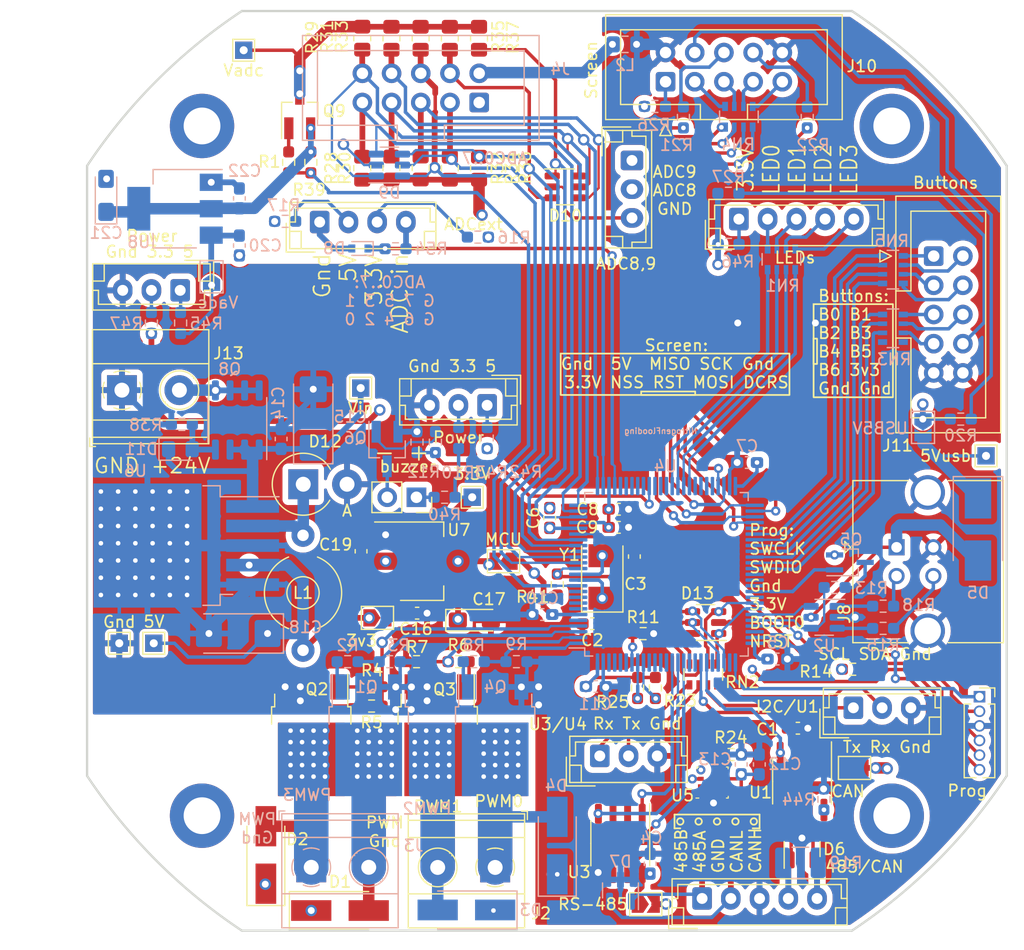
<source format=kicad_pcb>
(kicad_pcb (version 20240108) (generator "pcbnew") (generator_version "8.0")
  (layers (0 "F.Cu" signal) (1 "In1.Cu" power "GND.Cu") (2 "In2.Cu" mixed "Mixed.Cu") (31 "B.Cu" signal) (34 "B.Paste" user) (35 "F.Paste" user) (36 "B.SilkS" user "B.Silkscreen") (37 "F.SilkS" user "F.Silkscreen") (38 "B.Mask" user) (39 "F.Mask" user) (44 "Edge.Cuts" user))
  (net 0 "")
  (net 1 "+3.3V")
  (net 2 "GND")
  (net 3 "/MCU/OSC_IN")
  (net 4 "/MCU/OSC_OUT")
  (net 5 "/MCU/NRST")
  (net 6 "/MCU/BOOT0")
  (net 7 "/MCU/MCU3v3")
  (net 8 "Net-(C14-Pad1)")
  (net 9 "Net-(C16-Pad1)")
  (net 10 "+5V")
  (net 11 "Net-(C20-Pad1)")
  (net 12 "GNDPWR")
  (net 13 "Net-(C21-Pad1)")
  (net 14 "Vdrive")
  (net 15 "Net-(D5-Pad1)")
  (net 16 "/MCU/VB")
  (net 17 "/MCU/CANL")
  (net 18 "/MCU/CANH")
  (net 19 "/MCU/ADC_EXT")
  (net 20 "/MCU/ADC0")
  (net 21 "/MCU/ADC2")
  (net 22 "/MCU/ADC4")
  (net 23 "/MCU/ADC6")
  (net 24 "/MCU/ADC8")
  (net 25 "/MCU/ADC9")
  (net 26 "/MCU/ADC7")
  (net 27 "/MCU/ADC5")
  (net 28 "/MCU/ADC3")
  (net 29 "/MCU/ADC1")
  (net 30 "Net-(D11-Pad2)")
  (net 31 "Net-(D12-Pad1)")
  (net 32 "Net-(J6-Pad2)")
  (net 33 "Net-(J6-Pad3)")
  (net 34 "/MCU/SWCLK")
  (net 35 "/MCU/SWDIO")
  (net 36 "Net-(J7-Pad4)")
  (net 37 "Net-(J8-Pad2)")
  (net 38 "Net-(J8-Pad3)")
  (net 39 "/MCU/485A")
  (net 40 "/MCU/485B")
  (net 41 "Net-(J10-Pad1)")
  (net 42 "Net-(J10-Pad3)")
  (net 43 "Net-(J10-Pad4)")
  (net 44 "Net-(J10-Pad5)")
  (net 45 "Net-(J10-Pad6)")
  (net 46 "Net-(J10-Pad7)")
  (net 47 "Net-(J10-Pad8)")
  (net 48 "Net-(J10-Pad9)")
  (net 49 "Net-(J11-Pad2)")
  (net 50 "Net-(J11-Pad4)")
  (net 51 "Net-(J11-Pad8)")
  (net 52 "Net-(Q1-Pad1)")
  (net 53 "Net-(Q2-Pad1)")
  (net 54 "Net-(Q3-Pad1)")
  (net 55 "Net-(Q4-Pad1)")
  (net 56 "/MCU/USB_PU")
  (net 57 "Net-(Q5-Pad3)")
  (net 58 "Net-(Q6-Pad1)")
  (net 59 "VADCon")
  (net 60 "+3.3VADC")
  (net 61 "PWM2")
  (net 62 "PWM3")
  (net 63 "PWM1")
  (net 64 "PWM0")
  (net 65 "/MCU/Buzzer")
  (net 66 "/MCU/USB_DP")
  (net 67 "Net-(R15-Pad2)")
  (net 68 "Net-(R18-Pad2)")
  (net 69 "/MCU/SPI2_MISO")
  (net 70 "/MCU/SPI2_SCK")
  (net 71 "/MCU/I2C1_SCL")
  (net 72 "Net-(R24-Pad2)")
  (net 73 "/MCU/I2C1_SDA")
  (net 74 "/MCU/BTN4")
  (net 75 "/MCU/BTN5")
  (net 76 "/MCU/BTN6")
  (net 77 "/MCU/SCRN_DCRS")
  (net 78 "/MCU/SPI2_MOSI")
  (net 79 "/MCU/SCRN_RST")
  (net 80 "/MCU/SPI2_NSS")
  (net 81 "/MCU/BTN0")
  (net 82 "/MCU/BTN1")
  (net 83 "/MCU/BTN2")
  (net 84 "/MCU/BTN3")
  (net 85 "/MCU/CAN_RX")
  (net 86 "/MCU/CAN_TX")
  (net 87 "/MCU/USB_DM")
  (net 88 "/MCU/U2Rx")
  (net 89 "/MCU/DE")
  (net 90 "/MCU/U2Tx")
  (net 113 "Net-(J18-Pad1)")
  (net 114 "Net-(J18-Pad2)")
  (net 115 "Net-(J18-Pad3)")
  (net 116 "Net-(J18-Pad4)")
  (net 117 "Net-(J18-Pad5)")
  (net 121 "/P2")
  (net 122 "/P3")
  (net 123 "/P1")
  (net 124 "/P0")
  (net 129 "Net-(C1-Pad2)")
  (net 130 "Net-(R44-Pad2)")
  (net 135 "Net-(Q9-Pad1)")
  (net 138 "Net-(J16-Pad1)")
  (net 139 "Net-(J11-Pad3)")
  (net 142 "Net-(J11-Pad1)")
  (net 143 "Net-(J11-Pad5)")
  (net 145 "Net-(C4-Pad2)")
  (net 146 "Net-(D8-Pad1)")
  (net 148 "Net-(J5-Pad1)")
  (net 149 "Net-(J5-Pad2)")
  (net 150 "Net-(J11-Pad6)")
  (net 151 "Net-(J11-Pad7)")
  (net 152 "Net-(J16-Pad2)")
  (net 153 "Net-(RN1-Pad4)")
  (net 154 "Net-(RN1-Pad3)")
  (net 155 "Net-(RN1-Pad2)")
  (net 156 "Net-(RN1-Pad1)")
  (net 157 "Net-(J12-Pad1)")
  (net 158 "Net-(J12-Pad2)")
  (net 159 "/MCU/Tx")
  (net 160 "/MCU/Rx")
  (net 161 "/MCU/SCL")
  (net 162 "/MCU/SDA")
  (net 163 "Net-(J14-Pad1)")
  (net 164 "Net-(J14-Pad2)")
  (net 165 "Net-(J15-Pad1)")
  (net 166 "Net-(J15-Pad2)")
  (footprint "MountingHole:MountingHole_3.2mm_M3_DIN965_Pad" (layer "F.Cu") (at 169 55)
    (property "Reference" "H1" (hide yes))
    (property "Value" "MountingHole")
  )
  (footprint "Connector_JST:JST_EH_B3B-EH-A_1x03_P2.50mm_Vertical" (layer "F.Cu") (at 165.6588 105.6132)
    (property "Reference" "J15" (hide yes))
    (property "Value" "I2C/U1")
  )
  (footprint "Package_TO_SOT_SMD:SOT-23_Handsoldering" (layer "F.Cu") (at 117.5 53.7 90)
    (property "Reference" "Q9")
    (property "Value" "SI2305")
  )
  (footprint "TestPoint:TestPoint_THTPad_1.5x1.5mm_Drill0.7mm" (layer "F.Cu") (at 122.8 77.8)
    (property "Reference" "TP2" (hide yes))
    (property "Value" "Vin")
  )
  (footprint "Diode_THT:D_DO-201_P3.81mm_Vertical_AnodeUp" (layer "F.Cu") (at 117.805 86.166)
    (property "Reference" "D12")
    (property "Value" "1N5822")
  )
  (footprint "Connector_JST:JST_EH_B5B-EH-A_1x05_P2.50mm_Vertical" (layer "F.Cu") (at 152.5 122.2)
    (property "Reference" "J9" (hide yes))
    (property "Value" "485/CAN")
  )
  (footprint "Resistor_SMD:R_0805_2012Metric_Pad1.20x1.40mm_HandSolder" (layer "F.Cu") (at 130.556 58.674 90)
    (property "Reference" "R34")
    (property "Value" "1k 0.1%")
  )
  (footprint "Connector_IDC:IDC-Header_2x05_P2.54mm_Vertical" (layer "F.Cu") (at 172.6475 66.32)
    (property "Reference" "J11")
    (property "Value" "IDC2.54_02x05")
  )
  (footprint "Package_SO:SO-8_3.9x4.9mm_P1.27mm" (layer "F.Cu") (at 145.3848 117.4083 -90)
    (property "Reference" "U3")
    (property "Value" "MAX3485")
  )
  (footprint "TestPoint:TestPoint_THTPad_1.5x1.5mm_Drill0.7mm" (layer "F.Cu") (at 112.6236 48.4124)
    (property "Reference" "TP6" (hide yes))
    (property "Value" "Vadc")
  )
  (footprint "Connector_JST:JST_EH_B4B-EH-A_1x04_P2.50mm_Vertical" (layer "F.Cu") (at 119.2335 63.359)
    (property "Reference" "J6" (hide yes))
    (property "Value" "ADCext")
  )
  (footprint "Resistor_SMD:R_0805_2012Metric_Pad1.20x1.40mm_HandSolder" (layer "F.Cu") (at 122.936 58.674 90)
    (property "Reference" "R28")
    (property "Value" "1k 0.1%")
  )
  (footprint "Diode_SMD:D_SMA_Handsoldering" (layer "F.Cu") (at 114.554 118.4148 90)
    (property "Reference" "D2")
    (property "Value" "SS14")
  )
  (footprint "Resistor_SMD:R_0603_1608Metric_Pad0.98x0.95mm_HandSolder" (layer "F.Cu") (at 147.3727 99.1616)
    (property "Reference" "R11")
    (property "Value" "10k")
  )
  (footprint "Package_TO_SOT_SMD:SOT-23-6" (layer "F.Cu") (at 152.8064 98.1964 180)
    (property "Reference" "D13")
    (property "Value" "SP0505BAHT")
  )
  (footprint "Package_TO_SOT_SMD:TO-252-2" (layer "F.Cu") (at 118.5 108 -90)
    (property "Reference" "Q2")
    (property "Value" "AOD4184")
  )
  (footprint "Package_TO_SOT_SMD:SOT-223-3_TabPin2" (layer "F.Cu") (at 128.1176 92.8624)
    (property "Reference" "U7")
    (property "Value" "LM1117-3.3")
  )
  (footprint "Package_LGA:Bosch_LGA-8_2.5x2.5mm_P0.65mm_ClockwisePinNumbering" (layer "F.Cu") (at 153.416 112.1156 90)
    (property "Reference" "U5")
    (property "Value" "BME280")
  )
  (footprint "Capacitor_SMD:C_0603_1608Metric_Pad1.08x0.95mm_HandSolder" (layer "F.Cu") (at 127.7112 97.3836)
    (property "Reference" "C16")
    (property "Value" "0.1")
  )
  (footprint "Resistor_SMD:R_0603_1608Metric_Pad0.98x0.95mm_HandSolder" (layer "F.Cu") (at 165.608 102.2604)
    (property "Reference" "R14")
    (property "Value" "6.8")
  )
  (footprint "Resistor_SMD:R_0805_2012Metric_Pad1.20x1.40mm_HandSolder" (layer "F.Cu") (at 130.556 47.371 -90)
    (property "Reference" "R35")
    (property "Value" "1k 0.1%")
  )
  (footprint "Crystal:Crystal_SMD_5032-2Pin_5.0x3.2mm" (layer "F.Cu") (at 143.8148 94.234 90)
    (property "Reference" "Y1")
    (property "Value" "NX5032GA-8MHz")
  )
  (footprint "Connector_JST:JST_EH_B3B-EH-A_1x03_P2.50mm_Vertical" (layer "F.Cu") (at 133.8 79.3 180)
    (property "Reference" "J5" (hide yes))
    (property "Value" "Power")
  )
  (footprint "Resistor_SMD:R_0805_2012Metric_Pad1.20x1.40mm_HandSolder" (layer "F.Cu") (at 128.016 47.371 -90)
    (property "Reference" "R33")
    (property "Value" "1k 0.1%")
  )
  (footprint "Diode_SMD:D_SMA_Handsoldering" (layer "F.Cu") (at 121 123.25)
    (property "Reference" "D1")
    (property "Value" "SS14")
  )
  (footprint "TestPoint:TestPoint_THTPad_1.5x1.5mm_Drill0.7mm" (layer "F.Cu") (at 177.2 83.7)
    (property "Reference" "TP1" (hide yes))
    (property "Value" "5Vusb")
  )
  (footprint "Package_TO_SOT_SMD:SOT-23-6" (layer "F.Cu") (at 140.6 60.3)
    (property "Reference" "D10")
    (property "Value" "SP0505BAHT")
  )
  (footprint "Jumper:SolderJumper-2_P1.3mm_Open_TrianglePad1.0x1.5mm" (layer "F.Cu") (at 124.2568 97.79)
    (property "Reference" "JP4" (hide yes))
    (property "Value" "3v3")
  )
  (footprint "Resistor_SMD:R_0603_1608Metric_Pad0.98x0.95mm_HandSolder" (layer "F.Cu") (at 118.4656 58.166 -90)
    (property "Reference" "R39")
    (property "Value" "10k")
  )
  (footprint "Connector_PinSocket_2.54mm:PinSocket_1x02_P2.54mm_Vertical" (layer "F.Cu") (at 127.65 87.3 -90)
    (property "Reference" "J16" (hide yes))
    (property "Value" "buzzer")
  )
  (footprint "Resistor_SMD:R_0805_2012Metric_Pad1.20x1.40mm_HandSolder" (layer "F.Cu") (at 133.096 58.674 90)
    (property "Reference" "R36")
    (property "Value" "1k 0.1%")
  )
  (footprint "Capacitor_SMD:C_0603_1608Metric_Pad1.08x0.95mm_HandSolder" (layer "F.Cu") (at 142.9512 98.298 180)
    (property "Reference" "C2")
    (property "Value" "6")
  )
  (footprint "TerminalBlock_Phoenix:TerminalBlock_Phoenix_MKDS-1,5-2_1x02_P5.00mm_Horizontal" (layer "F.Cu") (at 102.031 77.982)
    (property "Reference" "J13")
    (property "Value" "Screw_Terminal_01x02")
  )
  (footprint "Connector_JST:JST_EH_B3B-EH-A_1x03_P2.50mm_Vertical" (layer "F.Cu") (at 146.4 58 -90)
    (property "Reference" "J1" (hide yes))
    (property "Value" "ADC8,9")
  )
  (footprint "TerminalBlock_Phoenix:TerminalBlock_Phoenix_MKDS-1,5-2_1x02_P5.00mm_Horizontal" (layer "F.Cu") (at 134.5 119.5 180)
    (property "Reference" "J2")
    (property "Value" "Screw_Terminal_01x02")
  )
  (footprint "Jumper:SolderJumper-2_P1.3mm_Open_TrianglePad1.0x1.5mm" (layer "F.Cu") (at 165.7604 110.8456)
    (property "Reference" "JP1" (hide yes))
    (property "Value" "CAN")
  )
  (footprint "TestPoint:TestPoint_THTPad_1.5x1.5mm_Drill0.7mm" (layer "F.Cu") (at 104.8 100)
    (property "Reference" "TP4" (hide yes))
    (property "Value" "5V")
  )
  (footprint "Connector_IDC:IDC-Header_2x05_P2.54mm_Vertical" (layer "F.Cu") (at 149.32 51.1525 90)
    (property "Reference" "J10")
    (property "Value" "IDC2.54_02x05")
  )
  (footprint "Resistor_SMD:R_0603_1608Metric_Pad0.98x0.95mm_HandSolder" (layer "F.Cu") (at 131.318 101.6)
    (property "Reference" "R6")
    (property "Value" "510")
  )
  (footprint "Capacitor_SMD:C_0603_1608Metric_Pad1.08x0.95mm_HandSolder" (layer "F.Cu") (at 122.8344 91.9988 90)
    (property "Reference" "C19")
    (property "Value" "0.1")
  )
  (footprint "MountingHole:MountingHole_3.2mm_M3_DIN965_Pad" (layer "F.Cu") (at 109 115)
    (property "Reference" "H3" (hide yes))
    (property "Value" "MountingHole")
  )
  (footprint "Capacitor_SMD:C_0603_1608Metric_Pad1.08x0.95mm_HandSolder" (layer "F.Cu") (at 146.6088 92.456 90)
    (property "Reference" "C3")
    (property "Value" "6")
  )
  (footprint "Package_TO_SOT_SMD:TO-252-2" (layer "F.Cu") (at 129.5 108 -90)
    (property "Reference" "Q3")
    (property "Value" "AOD4184")
  )
  (footprint "Capacitor_SMD:C_0603_1608Metric_Pad1.08x0.95mm_HandSolder" (layer "F.Cu") (at 160.8328 107.3912 180)
    (property "Reference" "C1")
    (property "Value" "1u")
  )
  (footprint "Jumper:SolderJumper-2_P1.3mm_Open_TrianglePad1.0x1.5mm" (layer "F.Cu") (at 147.6 122.7)
    (property "Reference" "JP6" (hide yes))
    (property "Value" "RS-485")
  )
  (footprint "Capacitor_SMD:C_0603_1608Metric_Pad1.08x0.95mm_HandSolder" (layer "F.Cu") (at 145.2372 89.916)
    (property "Reference" "C9")
    (property "Value" "1u")
  )
  (footprint "MountingHole:MountingHole_3.2mm_M3_DIN965_Pad" (layer "F.Cu") (at 169 115)
    (property "Reference" "H4" (hide yes))
    (property "Value" "MountingHole")
  )
  (footprint "Resistor_SMD:R_0603_1608Metric_Pad0.98x0.95mm_HandSolder" (layer "F.Cu") (at 123.7488 103.7844 180)
    (property "Reference" "R4")
    (property "Value" "510")
  )
  (footprint "Resistor_SMD:R_Array_Convex_4x0603" (layer "F.Cu") (at 152.6032 102.7176 -90)
    (property "Reference" "RN2")
    (property "Value" "330")
  )
  (footprint "TestPoint:TestPoint_THTPad_1.5x1.5mm_Drill0.7mm" (layer "F.Cu") (at 101.8 100)
    (property "Reference" "TP3" (hide yes))
    (property "Value" "Gnd")
  )
  (footprint "Capacitor_Tantalum_SMD:CP_EIA-3216-18_Kemet-A_Pad1.58x1.35mm_HandSolder" (layer "F.Cu") (at 132.6896 97.9932)
    (property "Reference" "C17")
    (property "Value" "47u 6V")
  )
  (footprint "TestPoint:TestPoint_THTPad_1.5x1.5mm_Drill0.7mm" (layer "F.Cu") (at 132.5 87.3)
    (property "Reference" "TP5" (hide yes))
    (property "Value" "3.3V")
  )
  (footprint "Resistor_SMD:R_0603_1608Metric_Pad0.98x0.95mm_HandSolder" (layer "F.Cu") (at 155.0162 109.6772 180)
    (property "Reference" "R24")
    (property "Value" "330")
  )
  (footprint "Connector_JST:JST_EH_B5B-EH-A_1x05_P2.50mm_Vertical" (layer "F.Cu") (at 155.7 63.1)
    (property "Reference" "J18" (hide yes))
    (property "Value" "LEDs")
  )
  (footprint "Resistor_SMD:R_0603_1608Metric_Pad0.98x0.95mm_HandSolder" (layer "F.Cu") (at 127.6604 101.6 180)
    (property "Reference" "R7")
    (property "Value" "10k")
  )
  (footprint "Resistor_SMD:R_0603_1608Metric_Pad0.98x0.95mm_HandSolder" (layer "F.Cu") (at 123.7488 105.4608 180)
    (property "Reference" "R5")
    (property "Value" "10k")
  )
  (footprint "Resistor_SMD:R_0805_2012Metric_Pad1.20x1.40mm_HandSolder" (layer "F.Cu") (at 125.476 58.658 90)
    (property "Reference" "R30")
    (property "Value" "1k 0.1%")
  )
  (footprint "Connector_JST:JST_EH_B3B-EH-A_1x03_P2.50mm_Vertical" (layer "F.Cu") (at 143.6 109.8)
    (property "Reference" "J14" (hide yes))
    (property "Value" "U3/U4")
  )
  (footprint "Resistor_SMD:R_0603_1608Metric_Pad0.98x0.95mm_HandSolder" (layer "F.Cu") (at 116.5352 58.166 -90)
    (property "Reference" "R1")
    (property "Value" "330")
  )
  (footprint "Capacitor_SMD:C_0603_1608Metric_Pad1.08x0.95mm_HandSolder" (layer "F.Cu") (at 139.2428 89.1021 90)
    (property "Reference" "C6")
    (property "Value" "0.1")
  )
  (footprint "Resistor_SMD:R_0603_1608Metric_Pad0.98x0.95mm_HandSolder" (layer "F.Cu") (at 139.9032 94.8925 -90)
    (property "Reference" "R41")
    (property "Value" "10k")
  )
  (footprint "Package_SO:SOIC-8_3.9x4.9mm_P1.27mm" (layer "F.Cu") (at 161.195 112.025 -90)
    (property "Reference" "U1")
    (property "Value" "MCP2551-I-SN")
  )
  (footprint "Inductor_THT:L_Toroid_Horizontal_D6.5mm_P10.00mm_Diameter7-5mm_Amidon-T25" (layer "F.Cu") (at 117.785 100.611 90)
    (property "Reference" "L1")
    (property "Value" "100u")
  )
  (footprint "Resistor_SMD:R_0805_2012Metric_Pad1.20x1.40mm_HandSolder" (layer "F.Cu") (at 133.096 47.371 -90)
    (property "Reference" "R37")
    (property "Value" "1k 0.1%")
  )
  (footprint "Resistor_SMD:R_0603_1608Metric_Pad0.98x0.95mm_HandSolder" (layer "F.Cu") (at 146.8882 103.8879 -90)
    (property "Reference" "R25")
    (property "Value" "4k7")
  )
  (footprint "Connector_PinSocket_1.27mm:PinSocket_1x06_P1.27mm_Vertical" (layer "F.Cu") (at 176.6316 104.648)
    (property "Reference" "J7" (hide yes))
    (property "Value" "Prog")
  )
  (footprint "Connector_USB:USB_B_TE_5787834_Vertical" (layer "F.Cu") (at 169.4175 91.65 90)
    (property "Reference" "J8")
    (property "Value" "USB_B")
  )
  (footprint "Package_TO_SOT_SMD:SOT-23" (layer "F.Cu") (at 161.2 117.9 90)
    (property "Reference" "D6")
    (property "Value" "PESD1CAN")
  )
  (footprint "Capacitor_SMD:C_0603_1608Metric_Pad1.08x0.95mm_HandSolder" (layer "F.Cu") (at 145.2372 88.3412)
    (property "Reference" "C8")
    (property "Value" "0.1")
  )
  (footprint "MountingHole:MountingHole_3.2mm_M3_DIN965_Pad" (layer "F.Cu") (at 109 55)
    (property "Reference" "H2" (hide yes))
    (property "Value" "MountingHole")
  )
  (footprint "Resistor_SMD:R_0603_1608Metric_Pad0.98x0.95mm_HandSolder" (layer "F.Cu") (at 148.4376 103.8879 -90)
    (property "Reference" "R23")
    (property "Value" "4k7")
  )
  (footprint "Connector_JST:JST_EH_B3B-EH-A_1x03_P2.50mm_Vertical" (layer "F.Cu") (at 107.1 69.3 180)
    (property "Reference" "J12" (hide yes))
    (property "Value" "Power")
  )
  (footprint "Resistor_SMD:R_0805_2012Metric_Pad1.20x1.40mm_HandSolder" (layer "F.Cu") (at 128.016 58.658 90)
    (property "Reference" "R32")
    (property "Value" "1k 0.1%")
  )
  (footprint "Resistor_SMD:R_0805_2012Metric_Pad1.20x1.40mm_HandSolder" (layer "F.Cu") (at 122.936 47.3616 -90)
    (property "Reference" "R29")
    (property "Value" "1k 0.1%")
  )
  (footprint "Resistor_SMD:R_0805_2012Metric_Pad1.20x1.40mm_HandSolder" (layer "F.Cu") (at 125.476 47.371 -90)
    (property "Reference" "R31")
    (property "Value" "1k 0.1%")
  )
  (footprint "Jumper:SolderJumper-2_P1.3mm_Open_TrianglePad1.0x1.5mm" (layer "F.Cu") (at 135.2296 92.8624 180)
    (property "Reference" "JP3" (hide yes))
    (property "Value" "MCU")
  )
  (footprint "Resistor_SMD:R_0603_1608Metric_Pad0.98x0.95mm_HandSolder" (layer "B.Cu") (at 132.6388 101.6 180)
    (property "Reference" "R8")
    (property "Value" "510")
  )
  (footprint "TerminalBlock_Phoenix:TerminalBlock_Phoenix_MKDS-1,5-2_1x02_P5.00mm_Horizontal" (layer "B.Cu") (at 118.5 119.49)
    (property "Reference" "J3")
    (property "Value" "Screw_Terminal_01x02")
  )
  (footprint "Resistor_SMD:R_0603_1608Metric_Pad0.98x0.95mm_HandSolder" (layer "B.Cu") (at 125.8316 65.6844)
    (property "Reference" "R54")
    (property "Value" "330")
  )
  (footprint "Resistor_SMD:R_0603_1608Metric_Pad0.98x0.95mm_HandSolder" (layer "B.Cu") (at 163.1 113.5744 -90)
    (property "Reference" "R44")
    (property "Value" "4k7")
  )
  (footprint "Capacitor_SMD:C_0603_1608Metric_Pad1.08x0.95mm_HandSolder" (layer "B.Cu") (at 147.9804 119.1779 -90)
    (property "Reference" "C4")
    (property "Value" "1u")
  )
  (footprint "Capacitor_SMD:C_0603_1608Metric_Pad1.08x0.95mm_HandSolder" (layer "B.Cu") (at 156.4132 84.2772 180)
    (property "Reference" "C7")
    (property "Value" "0.1")
  )
  (footprint "Resistor_SMD:R_0603_1608Metric_Pad0.98x0.95mm_HandSolder" (layer "B.Cu") (at 121.666 101.6 180)
    (property "Reference" "R2")
    (property "Value" "510")
  )
  (footprint "Resistor_SMD:R_0603_1608Metric_Pad0.98x0.95mm_HandSolder" (layer "B.Cu") (at 164.0313 95.1484)
    (property "Reference" "R13")
    (property "Value" "1k5")
  )
  (footprint "Package_QFP:LQFP-100_14x14mm_P0.5mm" (layer "B.Cu") (at 149.4 94)
    (property "Reference" "U4")
    (property "Value" "STM32F302VBTx")
  )
  (footprint "Capacitor_Tantalum_SMD:CP_EIA-6032-28_Kemet-C_Pad2.25x2.35mm_HandSolder" (layer "B.Cu") (at 118.674 80.451 90)
    (property "Reference" "C15")
    (property "Value" "47u 35V")
  )
  (footprint "Resistor_SMD:R_0603_1608Metric_Pad0.98x0.95mm_HandSolder" (layer "B.Cu") (at 161.6456 54.2544 90)
    (property "Reference" "R22")
    (property "Value" "330")
  )
  (footprint "Resistor_SMD:R_0603_1608Metric_Pad0.98x0.95mm_HandSolder" (layer "B.Cu") (at 116.2304 63.2968)
    (property "Reference" "R17")
    (property "Value" "6.8")
  )
  (footprint "Capacitor_SMD:C_0603_1608Metric_Pad1.08x0.95mm_HandSolder" (layer "B.Cu") (at 112.25 61.3 90)
    (property "Reference" "C22")
    (property "Value" "0.1")
  )
  (footprint "Resistor_SMD:R_0603_1608Metric_Pad0.98x0.95mm_HandSolder" (layer "B.Cu") (at 107.244 80.959 180)
    (property "Reference" "R38")
    (property "Value" "4k7")
  )
  (footprint "Resistor_SMD:R_0603_1608Metric_Pad0.98x0.95mm_HandSolder" (layer "B.Cu") (at 104.5972 72.136 90)
    (property "Reference" "R47")
    (property "Value" "6.8")
  )
  (footprint "Resistor_SMD:R_0603_1608Metric_Pad0.98x0.95mm_HandSolder" (layer "B.Cu") (at 148.4 53.3 180)
    (property "Reference" "R26")
    (property "Value" "6.8")
  )
  (footprint "Resistor_SMD:R_Array_Convex_4x0603" (layer "B.Cu") (at 169.1 72.6 180)
    (property "Reference" "RN3")
    (property "Value" "330")
  )
  (footprint "Jumper:SolderJumper-2_P1.3mm_Open_TrianglePad1.0x1.5mm" (layer "B.Cu") (at 109.8296 68.1228 90)
    (property "Reference" "JP5" (hide yes))
    (property "Value" "Vadc")
  )
  (footprint "Diode_SMD:D_SOD-523" (layer "B.Cu") (at 122.7328 65.659 180)
    (property "Reference" "D8")
    (property "Value" "CESD3v3")
  )
  (footprint "Resistor_SMD:R_0603_1608Metric_Pad0.98x0.95mm_HandSolder" (layer "B.Cu") (at 125.3236 101.6)
    (property "Reference" "R3")
    (property "Value" "10k")
  )
  (footprint "Resistor_SMD:R_0603_1608Metric_Pad0.98x0.95mm_HandSolder" (layer "B.Cu") (at 154.8 65.3)
    (property "Reference" "R46")
    (property "Value" "6.8")
  )
  (footprint "Package_TO_SOT_SMD:SOT-223-3_TabPin2" (layer "B.Cu") (at 106.65 62.2 180)
    (property "Reference" "U8")
    (property "Value" "LM1117-3.3")
  )
  (footprint "Package_TO_SOT_SMD:SOT-23_Handsoldering" (layer "B.Cu") (at 125.1 83.1 -90)
    (property "Reference" "Q6")
    (property "Value" "SI2300")
  )
  (footprint "Resistor_SMD:R_0603_1608Metric_Pad0.98x0.95mm_HandSolder" (layer "B.Cu") (at 168.2496 96.774 180)
    (property "Reference" "R18")
    (property "Value" "22")
  )
  (footprint "Connector_IDC:IDC-Header_2x05_P2.54mm_Vertical" (layer "B.Cu") (at 133.11 52.96 90)
    (property "Reference" "J4")
    (property "Value" "IDC2.54_02x05")
  )
  (footprint "Resistor_SMD:R_Array_Convex_4x0603" (layer "B.Cu") (at 169.1 67.5)
    (property "Reference" "RN5")
    (property "Value" "330")
  )
  (footprint "Jumper:SolderJumper-2_P1.3mm_Open_TrianglePad1.0x1.5mm" (layer "B.Cu") (at 171.7175 81.2172 -90)
    (property "Reference" "JP2" (hide yes))
    (property "Value" "USB5V")
  )
  (footprint "Package_TO_SOT_SMD:SOT-23" (layer "B.Cu") (at 145.4 121.5 90)
    (property "Reference" "D7")
    (property "Value" "PESD1CAN")
  )
  (footprint "Resistor_SMD:R_0603_1608Metric_Pad0.98x0.95mm_HandSolder" (layer "B.Cu") (at 136.3472 101.6)
    (property "Reference" "R9")
    (property "Value" "10k")
  )
  (footprint "Resistor_SMD:R_Array_Convex_4x0603" (layer "B.Cu") (at 159.4 66.6 90)
    (property "Reference" "RN1")
    (property "Value" "330")
  )
  (footprint "Capacitor_SMD:C_0603_1608Metric_Pad1.08x0.95mm_HandSolder" (layer "B.Cu") (at 138.6 97.5 180)
    (property "Reference" "C10")
    (property "Value" "0.1")
  )
  (footprint "Package_SO:SO-8_3.9x4.9mm_P1.27mm" (layer "B.Cu") (at 112.07 80.578 90)
    (property "Reference" "Q8")
    (property "Value" "IRF9310")
  )
  (footprint "Capacitor_Tantalum_SMD:CP_EIA-6032-28_Kemet-C_Pad2.25x2.35mm_HandSolder" (layer "B.Cu") (at 112.15 99.15 180)
    (property "Reference" "C18")
    (property "Value" "47u 10V")
  )
  (footprint "Resistor_SMD:R_0603_1608Metric_Pad0.98x0.95mm_HandSolder" (layer "B.Cu") (at 154.7876 60.8584 180)
    (property "Reference" "R27")
    (property "Value" "6.8")
  )
  (footprint "Resistor_SMD:R_1210_3225Metric_Pad1.30x2.65mm_HandSolder" (layer "B.Cu") (at 161.05 119.1 180)
    (property "Reference" "R19")
    (property "Value" "120")
  )
  (footprint "Resistor_SMD:R_0603_1608Metric_Pad0.98x0.95mm_HandSolder" (layer "B.Cu") (at 131.318 82.1417 90)
    (property "Reference" "R43")
    (property "Value" "6.8")
  )
  (footprint "Capacitor_SMD:C_0603_1608Metric_Pad1.08x0.95mm_HandSolder" (layer "B.Cu") (at 155.9052 110.5408 90)
    (property "Reference" "C13")
    (property "Value" "0.1")
  )
  (footprint "Package_TO_SOT_SMD:SOT-23-6" (layer "B.Cu") (at 163.1188 97.7392 180)
    (property "Reference" "U2")
    (property "Value" "USBLC6-2SC6")
  )
  (footprint "Package_TO_SOT_SMD:TO-263-5_TabPin3" (layer "B.Cu") (at 107.625 91.5 180)
    (property "Reference" "U6")
    (property "Value" "LM2576HVS-5")
  )
  (footprint "Diode_SMD:D_SMA_Handsoldering" (layer "B.Cu") (at 132 123.2 180)
    (property "Reference" "D3")
    (property "Value" "SS14")
  )
  (footprint "Resistor_SMD:R_0603_1608Metric_Pad0.98x0.95mm_HandSolder" (layer "B.Cu") (at 150.876 54.2544 90)
    (property "Reference" "R21")
    (property "Value" "330")
  )
  (footprint "Resistor_SMD:R_0603_1608Metric_Pad0.98x0.95mm_HandSolder" (layer "B.Cu") (at 129.3 82.5 -90)
    (property "Reference" "R10")
    (property "Value" "330")
  )
  (footprint "Resistor_SMD:R_0603_1608Metric_Pad0.98x0.95mm_HandSolder" (layer "B.Cu") (at 133.8072 82.1436 90)
    (property "Reference" "R42")
    (property "Value" "6.8")
  )
  (footprint "Capacitor_SMD:C_0603_1608Metric_Pad1.08x0.95mm_HandSolder" (layer "B.Cu") (at 112.25 65.4 -90)
    (property "Reference" "C20")
    (property "Value" "0.1")
  )
  (footprint "Diode_SMD:D_0805_2012Metric_Pad1.15x1.40mm_HandSolder" (layer "B.Cu") (at 107.117 83.118)
    (property "Reference" "D11")
    (property "Value" "MM3Z7V5")
  )
  (footprint "Inductor_SMD:L_0805_2012Metric_Pad1.15x1.40mm_HandSolder" (layer "B.Cu") (at 145.8 47.9 180)
    (property "Reference" "L2")
    (property "Value" "2.5k@100MHz")
  )
  (footprint "Resistor_SMD:R_0603_1608Metric_Pad0.98x0.95mm_HandSolder" (layer "B.Cu") (at 168.2496 98.7044 180)
    (property "Reference" "R15")
    (property "Value" "22")
  )
  (footprint "Capacitor_Tantalum_SMD:CP_EIA-3216-18_Kemet-A_Pad1.58x1.35mm_HandSolder" (layer "B.Cu") (at 100.65 61.0375 90)
    (property "Reference" "C21")
    (property "Value" "47u 6V")
  )
  (footprint "Package_TO_SOT_SMD:TO-252-2" (layer "B.Cu") (at 134.5 108 -90)
    (property "Reference" "Q4")
    (property "Value" "AOD4184")
  )
  (footprint "Resistor_SMD:R_0603_1608Metric_Pad0.98x0.95mm_HandSolder" (layer "B.Cu") (at 107.1372 72.136 90)
    (property "Reference" "R45")
    (property "Value" "6.8")
  )
  (footprint "Package_TO_SOT_SMD:TO-252-2" (layer "B.Cu") (at 123.5 108 -90)
    (property "Reference" "Q1")
    (property "Value" "AOD4184")
  )
  (footprint "Resistor_SMD:R_0603_1608Metric_Pad0.98x0.95mm_HandSolder" (layer "B.Cu") (at 175 80.5)
    (property "Reference" "R20")
    (property "Value" "6.8")
  )
  (footprint "Diode_SMD:D_SMA_Handsoldering" (layer "B.Cu") (at 139.9 117.6 90)
    (property "Reference" "D4")
    (property "Value" "SS14")
  )
  (footprint "Capacitor_SMD:C_0603_1608Metric_Pad1.08x0.95mm_HandSolder" (layer "B.Cu") (at 143.256 103.759)
    (property "Reference" "C11")
    (property "Value" "0.1")
  )
  (footprint "Capacitor_SMD:C_0603_1608Metric_Pad1.08x0.95mm_HandSolder" (layer "B.Cu") (at 159.0548 101.3714)
    (property "Reference" "C5")
    (property "Value" "0.1")
  )
  (footprint "Resistor_SMD:R_0603_1608Metric_Pad0.98x0.95mm_HandSolder" (layer "B.Cu") (at 130.1 87.3 180)
    (property "Reference" "R40")
    (property "Value" "6.8")
  )
  (footprint "Package_TO_SOT_SMD:SOT-23-6" (layer "B.Cu") (at 125.3 58.4)
    (property "Reference" "D9")
    (property "Value" "SP0505BAHT")
  )
  (footprint "Resistor_SMD:R_0603_1608Metric_Pad0.98x0.95mm_HandSolder" (layer "B.Cu") (at 127.7 82.5 90)
    (property "Reference" "R12")
    (property "Value" "10k")
  )
  (footprint "Resistor_SMD:R_Array_Convex_4x0603" (layer "B.Cu") (at 155.7 54.2 90)
    (property "Reference" "RN4")
    (property "Value" "330")
  )
  (footprint "Resistor_SMD:R_0603_1608Metric_Pad0.98x0.95mm_HandSolder" (layer "B.Cu") (at 132.9963 64.6684 180)
    (property "Reference" "R16")
    (property "Value" "6.8")
  )
  (footprint "Package_TO_SOT_SMD:SOT-323_SC-70_Handsoldering" (layer "B.Cu") (at 165.354 92.964)
    (property "Reference" "Q5")
    (property "Value" "DTA114Y")
  )
  (footprint "Capacitor_SMD:C_0603_1608Metric_Pad1.08x0.95mm_HandSolder" (layer "B.Cu") (at 115.88 82.229 90)
    (property "Reference" "C14")
    (property "Value" "0.1")
  )
  (footprint "Diode_SMD:D_SMB_Handsoldering" (layer "B.Cu") (at 176.5 90.1 -90)
    (property "Reference" "D5")
    (property "Value" "MBRS130L")
  )
  (footprint "Capacitor_SMD:C_0603_1608Metric_Pad1.08x0.95mm_HandSolder" (layer "B.Cu") (at 157.48 110.5408 90)
    (property "Reference" "C12")
    (property "Value" "1u")
  )
  (gr_rect (start 162.2 73.5) (end 162.5 75.7) (stroke (width 0.15)) (fill none) (layer "F.SilkS"))
  (gr_line (start 150.1 116.1) (end 150.1 114.9) (stroke (width 0.15)) (layer "F.SilkS"))
  (gr_circle (center 153.8 115.5) (end 154 115.7) (stroke (width 0.15)) (fill none) (layer "F.SilkS"))
  (gr_circle (center 150.6 115.5) (end 150.8 115.7) (stroke (width 0.15)) (fill none) (layer "F.SilkS"))
  (gr_line (start 157.5 116.1) (end 156.9 116.1) (stroke (width 0.15)) (layer "F.SilkS"))
  (gr_circle (center 155.4 115.5) (end 155.6 115.7) (stroke (width 0.15)) (fill none) (layer "F.SilkS"))
  (gr_line (start 150.1 114.9) (end 157.5 114.9) (stroke (width 0.15)) (layer "F.SilkS"))
  (gr_rect (start 162.2 70.5) (end 169.1 78.6) (stroke (width 0.15)) (fill none) (layer "F.SilkS"))
  (gr_rect (start 140.2 74.8) (end 160.1 78.4) (stroke (width 0.15)) (fill none) (layer "F.SilkS"))
  (gr_circle (center 152.2 115.5) (end 152.4 115.7) (stroke (width 0.15)) (fill none) (layer "F.SilkS"))
  (gr_rect (start 147.2 78.1) (end 151.9 78.4) (stroke (width 0.15)) (fill none) (layer "F.SilkS"))
  (gr_circle (center 157 115.5) (end 157.2 115.7) (stroke (width 0.15)) (fill none) (layer "F.SilkS"))
  (gr_line (start 157.5 114.9) (end 157.5 116.1) (stroke (width 0.15)) (layer "F.SilkS"))
  (gr_line (start 150.6 116.1) (end 150.1 116.1) (stroke (width 0.15)) (layer "F.SilkS"))
  (gr_line (start 165.532978 125.00002) (end 112.466982 125.00002) (stroke (width 0.2)) (layer "Edge.Cuts"))
  (gr_line (start 112.466982 45.00002) (end 165.532978 45.00002) (stroke (width 0.2)) (layer "Edge.Cuts"))
  (gr_arc (start 112.466982 125.00002) (mid 105.058421 118.941579) (end 98.99998 111.533018) (stroke (width 0.2)) (layer "Edge.Cuts"))
  (gr_arc (start 165.532978 45.00002) (mid 172.941539 51.058461) (end 178.99998 58.467022) (stroke (width 0.2)) (layer "Edge.Cuts"))
  (gr_arc (start 178.99998 111.533018) (mid 172.941539 118.941579) (end 165.532978 125.00002) (stroke (width 0.2)) (layer "Edge.Cuts"))
  (gr_line (start 178.99998 58.467022) (end 178.99998 111.533018) (stroke (width 0.2)) (layer "Edge.Cuts"))
  (gr_arc (start 98.99998 58.467022) (mid 105.058421 51.058461) (end 112.466982 45.00002) (stroke (width 0.2)) (layer "Edge.Cuts"))
  (gr_line (start 98.99998 111.533018) (end 98.99998 58.467022) (stroke (width 0.2)) (layer "Edge.Cuts"))
  (gr_text "PWM2" (at 128.57 114.39 0) (layer "B.SilkS") (effects (font (size 1 1)) (justify mirror)))
  (gr_text "ADC0..7:\nG 7 5 3 1\nG 6 4 2 0" (at 125.3236 70.2056 0) (layer "B.SilkS") (effects (font (size 1 1)) (justify mirror)))
  (gr_text "PWM3" (at 118.15 113.19 0) (layer "B.SilkS") (effects (font (size 1 1)) (justify mirror)))
  (gr_text "ADC0..7" (at 134.4676 57.8104 0) (layer "B.SilkS") (effects (font (size 1 1)) (justify mirror)))
  (gr_text "PWM\nGnd" (at 113.8 116.1 0) (layer "B.SilkS") (effects (font (size 1 1)) (justify mirror)))
  (gr_text "NitrogenFlooding" (at 148.8948 81.534 0) (layer "B.SilkS") (effects (font (size 0.5 0.5) (thickness 0.1)) (justify mirror)))
  (gr_text "Gnd\n5V\n3.3V\nADC in" (at 122.83 65.97 90) (layer "F.SilkS") (effects (font (size 1.4 1.4)) (justify right)))
  (gr_text "PWM\nGnd" (at 124.9 116.4 0) (layer "F.SilkS") (effects (font (size 1 1))))
  (gr_text "GND +24V" (at 104.6734 84.5566 0) (layer "F.SilkS") (effects (font (size 1.3 1.3))))
  (gr_text "Buttons:\nB0 B1\nB2 B3\nB4 B5\nB6 3v3\nGnd Gnd" (at 162.5092 73.8124 0) (layer "F.SilkS") (effects (font (size 1 1)) (justify left)))
  (gr_text "Tx Rx Gnd" (at 168.6052 109.0168 0) (layer "F.SilkS") (effects (font (size 1 1))))
  (gr_text "ADC9\nADC8\nGND" (at 150.114 60.6044 0) (layer "F.SilkS") (effects (font (size 1 1))))
  (gr_text "485B\n485A\nGND\nCANL\nCANH" (at 153.9 120.1 90) (layer "F.SilkS") (effects (font (size 1 1)) (justify left)))
  (gr_text "Rx Tx Gnd" (at 146.8628 106.9848 0) (layer "F.SilkS") (effects (font (size 1 1))))
  (gr_text "Buttons" (at 173.6852 59.944 0) (layer "F.SilkS") (effects (font (size 1 1))))
  (gr_text "- +" (at 126.365 83.3628 0) (layer "F.SilkS") (effects (font (size 1.5 1.5))))
  (gr_text "3.3V\nLED0\nLED1\nLED2\nLED3" (at 160.782 58.7756 90) (layer "F.SilkS") (effects (font (size 1.4 1.2))))
  (gr_text "Screen:\nGnd  5V  MISO SCK Gnd  \n3.3V NSS RST MOSI DCRS" (at 150.2664 75.692 0) (layer "F.SilkS") (effects (font (size 1 1))))
  (gr_text "Gnd 3.3 5" (at 104.4448 65.9384 0) (layer "F.SilkS") (effects (font (size 1 1))))
  (gr_text "PWM0" (at 134.8232 113.7412 0) (layer "F.SilkS") (effects (font (size 1 1))))
  (gr_text "PWM1" (at 129.54 114.1984 0) (layer "F.SilkS") (effects (font (size 1 1))))
  (gr_text "Gnd 3.3 5" (at 130.7592 75.8952 0) (layer "F.SilkS") (effects (font (size 1 1))))
  (gr_text "Screen" (at 142.8496 50.1396 90) (layer "F.SilkS") (effects (font (size 1 1))))
  (gr_text "SCL SDA Gnd" (at 167.5384 100.9396 0) (layer "F.SilkS") (effects (font (size 1 1))))
  (gr_text "Prog:\nSWCLK\nSWDIO\nGnd\n3.3V\nBOOT0\nNRST" (at 156.5148 94.996 0) (layer "F.SilkS") (effects (font (size 1 1)) (justify left)))
  (segment (start 149.334 122.7) (end 149.352 122.682) (width 0.5) (layer "F.Cu") (net 1))
  (segment (start 134.5046 92.8624) (end 131.2676 92.8624) (width 0.5) (layer "F.Cu") (net 1))
  (segment (start 131.2521 97.9212) (end 131.2676 97.9057) (width 0.5) (layer "F.Cu") (net 1))
  (segment (start 124.46 79.7052) (end 123.4948 80.6704) (width 0.5) (layer "F.Cu") (net 1))
  (segment (start 123.4948 80.6704) (end 105.918 80.6704) (width 0.5) (layer "F.Cu") (net 1))
  (segment (start 105.918 80.6704) (end 104.5972 79.3496) (width 0.5) (layer "F.Cu") (net 1))
  (segment (start 133.661024 92.8624) (end 133.958062 93.159438) (width 0.5) (layer "F.Cu") (net 1))
  (segment (start 122.8344 92.8613) (end 124.9665 92.8613) (width 0.5) (layer "F.Cu") (net 1))
  (segment (start 131.2676 92.8624) (end 133.661024 92.8624) (width 0.5) (layer "F.Cu") (net 1))
  (segment (start 104.5972 79.3496) (end 104.5972 73.0485) (width 0.5) (layer "F.Cu") (net 1))
  (segment (start 124.9665 92.8613) (end 124.9676 92.8624) (width 0.5) (layer "F.Cu") (net 1))
  (segment (start 131.2676 92.8624) (end 131.2676 97.9777) (width 0.5) (layer "F.Cu") (net 1))
  (segment (start 148.325 122.7) (end 149.334 122.7) (width 0.5) (layer "F.Cu") (net 1))
  (segment (start 131.2676 97.9777) (end 131.2521 97.9932) (width 0.5) (layer "F.Cu") (net 1))
  (segment (start 131.2676 92.8624) (end 131.2676 88.5324) (width 1) (layer "F.Cu") (net 1))
  (segment (start 124.9676 92.8624) (end 131.2676 92.8624) (width 0.5) (layer "F.Cu") (net 1))
  (segment (start 131.2676 88.5324) (end 132.5 87.3) (width 1) (layer "F.Cu") (net 1))
  (segment (start 131.2521 97.9932) (end 131.2521 97.9212) (width 0.5) (layer "F.Cu") (net 1))
  (via (at 147.4875 53.3) (size 1) (drill 0.6) (layers "F.Cu" "B.Cu") (net 1))
  (via (at 124.46 79.7052) (size 1) (drill 0.6) (layers "F.Cu" "B.Cu") (net 1))
  (via (at 133.958062 93.159438) (size 1) (drill 0.6) (layers "F.Cu" "B.Cu") (net 1))
  (via (at 133.9088 64.6684) (size 1) (drill 0.6) (layers "F.Cu" "B.Cu") (net 1))
  (via (at 104.5972 73.0485) (size 1) (drill 0.6) (layers "F.Cu" "B.Cu") (net 1))
  (via (at 153.8875 67.0417) (size 1) (drill 0.6) (layers "F.Cu" "B.Cu") (net 1))
  (via (at 149.352 122.682) (size 1) (drill 0.6) (layers "F.Cu" "B.Cu") (net 1))
  (via (at 124.9676 92.8624) (size 1) (drill 0.6) (layers "F.Cu" "B.Cu") (net 1))
  (via (at 153.8875 65.3) (size 0.8) (drill 0.4) (layers "F.Cu" "B.Cu") (net 1))
  (via (at 131.2676 92.8624) (size 1) (drill 0.6) (layers "F.Cu" "B.Cu") (net 1))
  (via (at 131.2676 97.9057) (size 1) (drill 0.6) (layers "F.Cu" "B.Cu") (net 1))
  (segment (start 153.8751 65.2751) (end 153.9 65.3) (width 1) (layer "B.Cu") (net 1))
  (segment (start 131.0125 87.3) (end 131.0125 85.7511) (width 0.3) (layer "B.Cu") (net 1))
  (segment (start 132.5 87.3) (end 131.0125 87.3) (width 0.3) (layer "B.Cu") (net 1))
  (segment (start 131.318 83.0542) (end 131.318 85.4456) (width 0.3) (layer "B.Cu") (net 1))
  (segment (start 153.8875 65.3) (end 153.8875 67.0417) (width 0.5) (layer "B.Cu") (net 1))
  (segment (start 153.8875 65.3) (end 153.9 65.3) (width 1) (layer "B.Cu") (net 1))
  (segment (start 153.8751 60.8584) (end 153.8751 65.2751) (width 0.5) (layer "B.Cu") (net 1))
  (segment (start 131.0125 85.7511) (end 131.318 85.4456) (width 0.3) (layer "B.Cu") (net 1))
  (segment (start 142.0887 98.298) (end 138.5316 98.298) (width 0.3) (layer "F.Cu") (net 2))
  (segment (start 137.7188 97.4852) (end 134.6351 97.4852) (width 0.5) (layer "F.Cu") (net 2))
  (segment (start 143.4798 119.9594) (end 143.4592 119.9388) (width 0.3) (layer "F.Cu") (net 2))
  (segment (start 153.4922 113.8936) (end 153.4922 112.8522) (width 0.3) (layer "F.Cu") (net 2))
  (segment (start 161.83 107.5259) (end 161.6953 107.3912) (width 0.5) (layer "F.Cu") (net 2))
  (segment (start 116.22 103.8) (end 116.22 103.7948) (width 1) (layer "F.Cu") (net 2))
  (segment (start 146.0997 88.3412) (end 146.0997 89.916) (width 0.3) (layer "F.Cu") (net 2))
  (segment (start 155.6004 72.136) (end 162.3568 72.136) (width 0.3) (layer "F.Cu") (net 2))
  (segment (start 153.9038 112.4406) (end 154.441 112.4406) (width 0.2) (layer "F.Cu") (net 2))
  (segment (start 146.6088 90.4251) (end 146.0997 89.916) (width 0.3) (layer "F.Cu") (net 2))
  (segment (start 155.9063 109.6772) (end 155.9052 109.6783) (width 0.3) (layer "F.Cu") (net 2))
  (segment (start 128.5748 103.7844) (end 128.5748 105.0036) (width 1) (layer "F.Cu") (net 2))
  (segment (start 124.9676 90.5624) (end 123.4083 90.5624) (width 0.5) (layer "F.Cu") (net 2))
  (segment (start 117.602 105.4608) (end 122.8363 105.4608) (width 0.3) (layer "F.Cu") (net 2))
  (segment (start 153.2538 113.0906) (end 153.4922 112.8522) (width 0.2) (layer "F.Cu") (net 2))
  (segment (start 117.5512 103.7844) (end 117.5512 105.0036) (width 1) (layer "F.Cu") (net 2))
  (segment (start 127.22 103.8) (end 128.5592 103.8) (width 1) (layer "F.Cu") (net 2))
  (segment (start 146.6088 91.5935) (end 146.6088 90.4251) (width 0.3) (layer "F.Cu") (net 2))
  (segment (start 117.5512 105.0036) (end 117.5512 105.41) (width 0.3) (layer "F.Cu") (net 2))
  (segment (start 117.5512 105.41) (end 117.602 105.4608) (width 0.3) (layer "F.Cu") (net 2))
  (segment (start 123.4083 90.5624) (end 122.8344 91.1363) (width 0.5) (layer "F.Cu") (net 2))
  (segment (start 127.22 102.0721) (end 126.7479 101.6) (width 0.3) (layer "F.Cu") (net 2))
  (segment (start 161.83 109.55) (end 161.83 107.5259) (width 0.5) (layer "F.Cu") (net 2))
  (segment (start 138.5316 98.298) (end 137.7188 97.4852) (width 0.3) (layer "F.Cu") (net 2))
  (segment (start 128.5737 97.3836) (end 128.5748 97.3836) (width 0.5) (layer "F.Cu") (net 2))
  (segment (start 134.6351 97.4852) (end 134.1271 97.9932) (width 0.5) (layer "F.Cu") (net 2))
  (segment (start 128.5748 103.7844) (end 128.5592 103.8) (width 1) (layer "F.Cu") (net 2))
  (segment (start 143.4798 119.9833) (end 143.4798 119.9594) (width 0.3) (layer "F.Cu") (net 2))
  (segment (start 116.2304 103.7844) (end 117.5512 103.7844) (width 1) (layer "F.Cu") (net 2))
  (segment (start 153.4922 112.8522) (end 153.9038 112.4406) (width 0.2) (layer "F.Cu") (net 2))
  (segment (start 161.2 116.9532) (end 161.1884 116.9416) (width 0.3) (layer "F.Cu") (net 2))
  (segment (start 161.2 116.9625) (end 161.2 116.9532) (width 0.3) (layer "F.Cu") (net 2))
  (segment (start 155.9287 109.6772) (end 155.9063 109.6772) (width 0.3) (layer "F.Cu") (net 2))
  (segment (start 116.22 103.7948) (end 116.2304 103.7844) (width 1) (layer "F.Cu") (net 2))
  (segment (start 152.391 113.0906) (end 153.2538 113.0906) (width 0.2) (layer "F.Cu") (net 2))
  (segment (start 127.22 103.8) (end 127.22 102.0721) (width 0.3) (layer "F.Cu") (net 2))
  (via (at 101.7 95.8) (size 0.8) (drill 0.4) (layers "F.Cu" "B.Cu") (net 2))
  (via (at 103.2 91.3) (size 0.8) (drill 0.4) (layers "F.Cu" "B.Cu") (net 2))
  (via (at 103.2 92.8) (size 0.8) (drill 0.4) (layers "F.Cu" "B.Cu") (net 2))
  (via (at 153.4922 113.8936) (size 1) (drill 0.6) (layers "F.Cu" "B.Cu") (net 2))
  (via (at 100.2 86.8) (size 0.8) (drill 0.4) (layers "F.Cu" "B.Cu") (net 2))
  (via (at 104.7 86.8) (size 0.8) (drill 0.4) (layers "F.Cu" "B.Cu") (net 2))
  (via (at 101.7 88.3) (size 0.8) (drill 0.4) (layers "F.Cu" "B.Cu") (net 2))
  (via (at 161.1884 116.9416) (size 1) (drill 0.6) (layers "F.Cu" "B.Cu") (net 2))
  (via (at 128.5748 97.3836) (size 1) (drill 0.6) (layers "F.Cu" "B.Cu") (net 2))
  (via (at 137.7188 97.4852) (size 1) (drill 0.6) (layers "F.Cu" "B.Cu") (net 2))
  (via (at 103.2 94.3) (size 0.8) (drill 0.4) (layers "F.Cu" "B.Cu") (net 2))
  (via (at 155.9052 109.6783) (size 1) (drill 0.6) (layers "F.Cu" "B.Cu") (net 2))
  (via (at 106.2 94.3) (size 0.8) (drill 0.4) (layers "F.Cu" "B.Cu") (net 2))
  (via (at 117.5512 105.0036) (size 1) (drill 0.6) (layers "F.Cu" "B.Cu") (net 2))
  (via (at 100.2 94.3) (size 0.8) (drill 0.4) (layers "F.Cu" "B.Cu") (net 2))
  (via (at 124.9676 90.5624) (size 1) (drill 0.6) (layers "F.Cu" "B.Cu") (net 2))
  (via (at 117.5512 103.7844) (size 1) (drill 0.6) (layers "F.Cu" "B.Cu") (net 2))
  (via (at 109.6 99.15) (size 1) (drill 0.6) (layers "F.Cu" "B.Cu") (net 2))
  (via (at 161.6953 107.3912) (size 1) (drill 0.6) (layers "F.Cu" "B.Cu") (net 2))
  (via (at 128.5748 103.7844) (size 1) (drill 0.6) (layers "F.Cu" "B.Cu") (net 2))
  (via (at 101.7 89.8) (size 0.8) (drill 0.4) (layers "F.Cu" "B.Cu") (net 2))
  (via (at 146.8 47.9) (size 1) (drill 0.6) (layers "F.Cu" "B.Cu") (net 2))
  (via (at 127.2032 105.7656) (size 1) (drill 0.6) (layers "F.Cu" "B.Cu") (net 2))
  (via (at 107.7 91.3) (size 0.8) (drill 0.4) (layers "F.Cu" "B.Cu") (net 2))
  (via (at 146.0997 89.916) (size 1) (drill 0.6) (layers "F.Cu" "B.Cu") (net 2))
  (via (at 107.7 94.3) (size 0.8) (drill 0.4) (layers "F.Cu" "B.Cu") (net 2))
  (via (at 163.068 112.6744) (size 1) (drill 0.6) (layers "F.Cu" "B.Cu") (net 2))
  (via (at 101.7 86.8) (size 0.8) (drill 0.4) (layers "F.Cu" "B.Cu") (net 2))
  (via (at 100.2 92.8) (size 0.8) (drill 0.4) (layers "F.Cu" "B.Cu") (net 2))
  (via (at 125.845506 105.770608) (size 1) (drill 0.6) (layers "F.Cu" "B.Cu") (net 2))
  (via (at 107.7 89.8) (size 0.8) (drill 0.4) (layers "F.Cu" "B.Cu") (net 2))
  (via (at 107.7 88.3) (size 0.8) (drill 0.4) (layers "F.Cu" "B.Cu") (net 2))
  (via (at 103.2 88.3) (size 0.8) (drill 0.4) (layers "F.Cu" "B.Cu") (net 2))
  (via (at 100.2 95.8) (size 0.8) (drill 0.4) (layers "F.Cu" "B.Cu") (net 2))
  (via (at 100.2 88.3) (size 0.8) (drill 0.4) (layers "F.Cu" "B.Cu") (net 2))
  (via (at 148.2852 99.1616) (size 1) (drill 0.6) (layers "F.Cu" "B.Cu") (net 2))
  (via (at 104.7 94.3) (size 0.8) (drill 0.4) (layers "F.Cu" "B.Cu") (net 2))
  (via (at 103.2 95.8) (size 0.8) (drill 0.4) (layers "F.Cu" "B.Cu") (net 2))
  (via (at 127.7 81.5875) (size 1) (drill 0.6) (layers "F.Cu" "B.Cu") (net 2))
  (via (at 155.5507 84.2772) (size 1) (drill 0.6) (layers "F.Cu" "B.Cu") (net 2))
  (via (at 104.7 91.3) (size 0.8) (drill 0.4) (layers "F.Cu" "B.Cu") (net 2))
  (via (at 106.2 89.8) (size 0.8) (drill 0.4) (layers "F.Cu" "B.Cu") (net 2))
  (via (at 159.9173 101.3714) (size 1) (drill 0.6) (layers "F.Cu" "B.Cu") (net 2))
  (via (at 106.2 92.8) (size 0.8) (drill 0.4) (layers "F.Cu" "B.Cu") (net 2))
  (via (at 107.7 95.8) (size 0.8) (drill 0.4) (layers "F.Cu" "B.Cu") (net 2))
  (via (at 138.2776 103.7844) (size 1) (drill 0.6) (layers "F.Cu" "B.Cu") (net 2))
  (via (at 118.674 77.901) (size 1) (drill 0.6) (layers "F.Cu" "B.Cu") (net 2))
  (via (at 104.7 92.8) (size 0.8) (drill 0.4) (layers "F.Cu" "B.Cu") (net 2))
  (via (at 104.7 88.3) (size 0.8) (drill 0.4) (layers "F.Cu" "B.Cu") (net 2))
  (via (at 128.5748 105.0036) (size 1) (drill 0.6) (layers "F.Cu" "B.Cu") (net 2))
  (via (at 106.2 88.3) (size 0.8) (drill 0.4) (layers "F.Cu" "B.Cu") (net 2))
  (via (at 127.22 103.8) (size 1) (drill 0.6) (layers "F.Cu" "B.Cu") (net 2))
  (via (at 106.2 86.8) (size 0.8) (drill 0.4) (layers "F.Cu" "B.Cu") (net 2))
  (via (at 146.0997 88.3412) (size 1) (drill 0.6) (layers "F.Cu" "B.Cu") (net 2))
  (via (at 125.8483 103.8) (size 1) (drill 0.6) (layers "F.Cu" "B.Cu") (net 2))
  (via (at 144.1185 103.8249) (size 1) (drill 0.6) (layers "F.Cu" "B.Cu") (net 2))
  (via (at 101.7 94.3) (size 0.8) (drill 0.4) (layers "F.Cu" "B.Cu") (net 2))
  (via (at 107.7 92.8) (size 0.8) (drill 0.4) (layers "F.Cu" "B.Cu") (net 2))
  (via (at 101.7 92.8) (size 0.8) (drill 0.4) (layers "F.Cu" "B.Cu") (net 2))
  (via (at 101.7 91.3) (size 0.8) (drill 0.4) (layers "F.Cu" "B.Cu") (net 2))
  (via (at 104.7 89.8) (size 0.8) (drill 0.4) (layers "F.Cu" "B.Cu") (net 2))
  (via (at 106.2 91.3) (size 0.8) (drill 0.4) (layers "F.Cu" "B.Cu") (net 2))
  (via (at 100.2 91.3) (size 0.8) (drill 0.4) (layers "F.Cu" "B.Cu") (net 2))
  (via (at 165.8112 97.7392) (size 1) (drill 0.6) (layers "F.Cu" "B.Cu") (net 2))
  (via (at 136.78 103.8) (size 1) (drill 0.6) (layers "F.Cu" "B.Cu") (net 2))
  (via (at 104.7 95.8) (size 0.8) (drill 0.4) (layers "F.Cu" "B.Cu") (net 2))
  (via (at 107.7 86.8) (size 0.8) (drill 0.4) (layers "F.Cu" "B.Cu") (net 2))
  (via (at 103.2 89.8) (size 0.8) (drill 0.4) (layers "F.Cu" "B.Cu") (net 2))
  (via (at 106.2 95.8) (size 0.8) (drill 0.4) (layers "F.Cu" "B.Cu") (net 2))
  (via (at 103.2 86.8) (size 0.8) (drill 0.4) (layers "F.Cu" "B.Cu") (net 2))
  (via (at 138.2776 105.3592) (size 1) (drill 0.6) (layers "F.Cu" "B.Cu") (net 2))
  (via (at 116.2304 103.7844) (size 1) (drill 0.6) (layers "F.Cu" "B.Cu") (net 2))
  (via (at 143.4592 119.9388) (size 1) (drill 0.6) (layers "F.Cu" "B.Cu") (net 2))
  (via (at 100.2 89.8) (size 0.8) (drill 0.4) (layers "F.Cu" "B.Cu") (net 2))
  (via (at 155.6004 72.136) (size 1) (drill 0.6) (layers "F.Cu" "B.Cu") (net 2))
  (via (at 162.3568 72.136) (size 1) (drill 0.6) (layers "F.Cu" "B.Cu") (net 2))
  (segment (start 125.8483 105.767814) (end 125.845506 105.770608) (width 1) (layer "B.Cu") (net 2))
  (segment (start 101.8 100) (end 101.8 95.9) (width 0.3) (layer "B.Cu") (net 2))
  (segment (start 164.2563 97.7392) (end 165.8112 97.7392) (width 0.3) (layer "B.Cu") (net 2))
  (segment (start 126.2361 103.3439) (end 125.78 103.8) (width 0.3) (layer "B.Cu") (net 2))
  (segment (start 148.6075 47.9) (end 146.8 47.9) (width 1) (layer "B.Cu") (net 2))
  (segment (start 138.2776 103.7844) (end 138.2776 105.3592) (width 1) (layer "B.Cu") (net 2))
  (segment (start 153.4922 113.8936) (end 153.4922 115.4938) (width 0.3) (layer "B.Cu") (net 2))
  (segment (start 138.262 103.8) (end 138.2776 103.7844) (width 1) (layer "B.Cu") (net 2))
  (segment (start 143.9 103.5405) (end 144.1185 103.759) (width 0.3) (layer "B.Cu") (net 2))
  (segment (start 118.674 78.5725) (end 115.88 81.3665) (width 0.5) (layer "B.Cu") (net 2))
  (segment (start 159.9173 100.6337) (end 159.9173 101.3714) (width 0.3) (layer "B.Cu") (net 2))
  (segment (start 141.725 90.5) (end 143.6876 90.5) (width 0.2) (layer "B.Cu") (net 2))
  (segment (start 104.25 93.8) (end 109.6 99.15) (width 1) (layer "B.Cu") (net 2))
  (segment (start 148.6075 47.9) (end 149.32 48.6125) (width 1) (layer "B.Cu") (net 2))
  (segment (start 143.6876 90.5) (end 143.9672 90.7796) (width 0.2) (layer "B.Cu") (net 2))
  (segment (start 158.7836 99.5) (end 159.9173 100.6337) (width 0.3) (layer "B.Cu") (net 2))
  (segment (start 144.1185 103.759) (end 144.1185 103.8249) (width 0.3) (layer "B.Cu") (net 2))
  (segment (start 154.9 86.325) (end 154.9 84.9279) (width 0.3) (layer "B.Cu") (net 2))
  (segment (start 127.6875 81.6) (end 127.7 81.5875) (width 0.3) (layer "B.Cu") (net 2))
  (segment (start 109.6 99.15) (end 109.6 98.7) (width 1) (layer "B.Cu") (net 2))
  (segment (start 106.3315 80.959) (end 105.008 80.959) (width 0.5) (layer "B.Cu") (net 2))
  (segment (start 137.7375 97.5) (end 137.7336 97.5) (width 0.3) (layer "B.Cu") (net 2))
  (segment (start 154.9 84.9279) (end 155.5507 84.2772) (width 0.3) (layer "B.Cu") (net 2))
  (segment (start 145.2372 90.7796) (end 146.0997 89.9171) (width 0.2) (layer "B.Cu") (net 2))
  (segment (start 136.78 103.8) (end 138.262 103.8) (width 1) (layer "B.Cu") (net 2))
  (segment (start 145.4 120.5625) (end 145.4 119.2172) (width 0.3) (layer "B.Cu") (net 2))
  (segment (start 113.4 91.5) (end 104.25 91.5) (width 1) (layer "B.Cu") (net 2))
  (segment (start 150.6876 118.2984) (end 147.2898 118.2984) (width 0.3) (layer "B.Cu") (net 2))
  (segment (start 153.4922 115.4938) (end 150.6876 118.2984) (width 0.3) (layer "B.Cu") (net 2))
  (segment (start 157.48 109.6783) (end 155.9052 109.6783) (width 0.3) (layer "B.Cu") (net 2))
  (segment (start 163.1 112.6619) (end 163.0805 112.6619) (width 0.3) (layer "B.Cu") (net 2))
  (segment (start 126.2361 101.6) (end 126.2361 103.3439) (width 0.3) (layer "B.Cu") (net 2))
  (segment (start 137.7336 97.5) (end 137.7188 97.4852) (width 0.3) (layer "B.Cu") (net 2))
  (segment (start 137.2597 101.6) (end 137.2597 103.3203) (width 0.3) (layer "B.Cu") (net 2))
  (segment (start 118.674 77.901) (end 118.674 78.5725) (width 0.5) (layer "B.Cu") (net 2))
  (segment (start 146.3188 118.2984) (end 147.2898 118.2984) (width 0.3) (layer "B.Cu") (net 2))
  (segment (start 125.8483 103.8) (end 125.8483 105.767814) (width 1) (layer "B.Cu") (net 2))
  (segment (start 104.25 91.5) (end 104.25 93.8) (width 1) (layer "B.Cu") (net 2))
  (segment (start 125.78 103.8) (end 125.8483 103.8) (width 1) (layer "B.Cu") (net 2))
  (segment (start 157.075 99.5) (end 158.7836 99.5) (width 0.3) (layer "B.Cu") (net 2))
  (segment (start 105.008 80.959) (end 102.031 77.982) (width 0.5) (layer "B.Cu") (net 2))
  (segment (start 163.0805 112.6619) (end 163.068 112.6744) (width 0.3) (layer "B.Cu") (net 2))
  (segment (start 146.8 47.9) (end 146.825 47.9) (width 0.3) (layer "B.Cu") (net 2))
  (segment (start 137.2597 103.3203) (end 136.78 103.8) (width 0.3) (layer "B.Cu") (net 2))
  (segment (start 126.05 81.6) (end 127.6875 81.6) (width 0.3) (layer "B.Cu") (net 2))
  (segment (start 143.9672 90.7796) (end 145.2372 90.7796) (width 0.2) (layer "B.Cu") (net 2))
  (segment (start 143.9 101.675) (end 143.9 103.5405) (width 0.3) (layer "B.Cu") (net 2))
  (segment (start 125.845506 105.770608) (end 127.198192 105.770608) (width 1) (layer "B.Cu") (net 2))
  (segment (start 109.6 98.7) (end 113.4 94.9) (width 1) (layer "B.Cu") (net 2))
  (segment (start 145.4 119.2172) (end 146.3188 118.2984) (width 0.3) (layer "B.Cu") (net 2))
  (segment (start 127.198192 105.770608) (end 127.2032 105.7656) (width 1) (layer "B.Cu") (net 2))
  (segment (start 101.8 95.9) (end 101.7 95.8) (width 0.3) (layer "B.Cu") (net 2))
  (segment (start 143.8137 96.0851) (end 143.8148 96.084) (width 0.3) (layer "F.Cu") (net 3))
  (segment (start 143.8137 98.298) (end 143.8137 96.0851) (width 0.3) (layer "F.Cu") (net 3))
  (via (at 143.8148 96.084) (size 1) (drill 0.6) (layers "F.Cu" "B.Cu") (net 3))
  (segment (start 143.5308 94.5) (end 141.725 94.5) (width 0.3) (layer "B.Cu") (net 3))
  (segment (start 143.8148 96.084) (end 143.8148 94.784) (width 0.3) (layer "B.Cu") (net 3))
  (segment (start 143.8148 94.8944) (end 143.8148 96.084) (width 0.3) (layer "B.Cu") (net 3))
  (segment (start 141.725 94.5) (end 143.4204 94.5) (width 0.3) (layer "B.Cu") (net 3))
  (segment (start 143.8148 94.784) (end 143.5308 94.5) (width 0.3) (layer "B.Cu") (net 3))
  (segment (start 146.6077 93.3196) (end 146.6088 93.3185) (width 0.3) (layer "F.Cu") (net 4))
  (segment (start 144.7504 93.3196) (end 146.6077 93.3196) (width 0.3) (layer "F.Cu") (net 4))
  (segment (start 143.8148 92.384) (end 144.7504 93.3196) (width 0.3) (layer "F.Cu") (net 4))
  (via (at 143.8148 92.384) (size 1) (drill 0.6) (layers "F.Cu" "B.Cu") (net 4))
  (segment (start 143.5916 94) (end 141.725 94) (width 0.3) (layer "B.Cu") (net 4))
  (segment (start 143.8148 92.384) (end 143.8148 93.7768) (width 0.3) (layer "B.Cu") (net 4))
  (segment (start 143.8148 93.7768) (end 143.5916 94) (width 0.3) (layer "B.Cu") (net 4))
  (segment (start 155.0488 94.8) (end 145.8 94.8) (width 0.3) (layer "F.Cu") (net 5))
  (segment (start 145.2 94.2) (end 140.1 94.2) (width 0.3) (layer "F.Cu") (net 5))
  (segment (start 172.1104 106.4768) (end 176.6316 110.998) (width 0.3) (layer "F.Cu") (net 5))
  (segment (start 169.3164 100.9904) (end 161.2392 100.9904) (width 0.3) (layer "F.Cu") (net 5))
  (segment (start 145.8 94.8) (end 145.2 94.2) (width 0.3) (layer "F.Cu") (net 5))
  (segment (start 161.2392 100.9904) (end 155.0488 94.8) (width 0.3) (layer "F.Cu") (net 5))
  (segment (start 172.1104 104.648) (end 172.1104 106.4768) (width 0.3) (layer "F.Cu") (net 5))
  (segment (start 140.1 94.2) (end 139.9 94) (width 0.3) (layer "F.Cu") (net 5))
  (segment (start 169.3164 103.0732) (end 170.5356 103.0732) (width 0.3) (layer "F.Cu") (net 5))
  (segment (start 170.5356 103.0732) (end 172.1104 104.648) (width 0.3) (layer "F.Cu") (net 5))
  (via (at 169.3164 100.9904) (size 0.8) (drill 0.4) (layers "F.Cu" "B.Cu") (net 5))
  (via (at 139.9 94) (size 0.8) (drill 0.4) (layers "F.Cu" "B.Cu") (net 5))
  (via (at 169.3164 103.0732) (size 0.8) (drill 0.4) (layers "F.Cu" "B.Cu") (net 5))
  (segment (start 141.725 93.5) (end 140.4 93.5) (width 0.2) (layer "B.Cu") (net 5))
  (segment (start 140.4 93.5) (end 139.9 94) (width 0.2) (layer "B.Cu") (net 5))
  (segment (start 169.3164 103.0732) (end 169.3164 100.9904) (width 0.3) (layer "B.Cu") (net 5))
  (segment (start 168.6814 102.2858) (end 170.7134 102.2858) (width 0.3) (layer "F.Cu") (net 6))
  (segment (start 156.8704 102.2604) (end 157.9372 103.3272) (width 0.3) (layer "F.Cu") (net 6))
  (segment (start 167.64 103.3272) (end 168.6814 102.2858) (width 0.3) (layer "F.Cu") (net 6))
  (segment (start 157.9372 103.3272) (end 167.64 103.3272) (width 0.3) (layer "F.Cu") (net 6))
  (segment (start 146.4564 99.1654) (end 146.4602 99.1616) (width 0.3) (layer "F.Cu") (net 6))
  (segment (start 146.4564 100.33) (end 146.4564 99.1654) (width 0.3) (layer "F.Cu") (net 6))
  (segment (start 170.7134 102.2858) (end 172.6946 104.267) (width 0.3) (layer "F.Cu") (net 6))
  (segment (start 172.6946 104.267) (end 172.6946 105.791) (width 0.3) (layer "F.Cu") (net 6))
  (segment (start 172.6946 105.791) (end 176.6316 109.728) (width 0.3) (layer "F.Cu") (net 6))
  (via (at 156.8704 102.2604) (size 0.8) (drill 0.4) (layers "F.Cu" "B.Cu") (net 6))
  (via (at 146.4564 100.33) (size 0.8) (drill 0.4) (layers "F.Cu" "B.Cu") (net 6))
  (segment (start 146.4 100.3864) (end 146.4564 100.33) (width 0.2) (layer "B.Cu") (net 6))
  (segment (start 146.4 101.675) (end 146.4 100.3864) (width 0.2) (layer "B.Cu") (net 6))
  (segment (start 139.4625 97.5) (end 139.41 97.5) (width 0.5) (layer "F.Cu") (net 7))
  (segment (start 153.564541 111.7906) (end 154.441 111.7906) (width 0.2) (layer "F.Cu") (net 7))
  (segment (start 164.6955 102.2604) (end 164.6428 102.2604) (width 0.3) (layer "F.Cu") (net 7))
  (segment (start 144.3747 89.916) (end 144.3747 88.3412) (width 0.3) (layer "F.Cu") (net 7))
  (segment (start 155.362 113.0906) (end 155.9052 112.5474) (width 0.3) (layer "F.Cu") (net 7))
  (segment (start 154.441 113.0906) (end 155.362 113.0906) (width 0.3) (layer "F.Cu") (net 7))
  (segment (start 155.5179 111.7906) (end 155.9052 111.4033) (width 0.3) (layer "F.Cu") (net 7))
  (segment (start 146.8882 102.9754) (end 143.1771 102.9754) (width 0.3) (layer "F.Cu") (net 7))
  (segment (start 152.914541 112.4406) (end 153.564541 111.7906) (width 0.2) (layer "F.Cu") (net 7))
  (segment (start 138.713 96.803) (end 138.713 95.729) (width 0.5) (layer "F.Cu") (net 7))
  (segment (start 154.441 111.7906) (end 155.5179 111.7906) (width 0.3) (layer "F.Cu") (net 7))
  (segment (start 143.1771 102.9754) (end 142.3935 103.759) (width 0.3) (layer "F.Cu") (net 7))
  (segment (start 155.9052 112.5474) (end 155.9052 111.4033) (width 0.3) (layer "F.Cu") (net 7))
  (segment (start 136.8624 92.8624) (end 137.9 93.9) (width 0.5) (layer "F.Cu") (net 7))
  (segment (start 152.391 112.4406) (end 152.914541 112.4406) (width 0.2) (layer "F.Cu") (net 7))
  (segment (start 139.41 97.5) (end 138.713 96.803) (width 0.5) (layer "F.Cu") (net 7))
  (segment (start 139.9032 95.805) (end 138.789 95.805) (width 0.3) (layer "F.Cu") (net 7))
  (segment (start 138.713 94.713) (end 137.9 93.9) (width 0.5) (layer "F.Cu") (net 7))
  (segment (start 146.8882 102.9754) (end 148.4376 102.9754) (width 0.3) (layer "F.Cu") (net 7))
  (segment (start 135.9546 92.8624) (end 136.8624 92.8624) (width 0.5) (layer "F.Cu") (net 7))
  (segment (start 138.713 95.729) (end 138.713 94.713) (width 0.5) (layer "F.Cu") (net 7))
  (segment (start 138.789 95.805) (end 138.713 95.729) (width 0.3) (layer "F.Cu") (net 7))
  (via (at 158.1912 101.3714) (size 0.8) (drill 0.4) (layers "F.Cu" "B.Cu") (net 7))
  (via (at 142.3935 103.759) (size 1) (drill 0.6) (layers "F.Cu" "B.Cu") (net 7))
  (via (at 144.3747 89.916) (size 0.8) (drill 0.4) (layers "F.Cu" "B.Cu") (net 7))
  (via (at 144.3747 88.3412) (size 0.8) (drill 0.4) (layers "F.Cu" "B.Cu") (net 7))
  (via (at 155.9052 111.4033) (size 1) (drill 0.6) (layers "F.Cu" "B.Cu") (net 7))
  (via (at 139.4625 97.5) (size 0.8) (drill 0.4) (layers "F.Cu" "B.Cu") (net 7))
  (via (at 164.024 92.314) (size 0.8) (drill 0.4) (layers "F.Cu" "B.Cu") (net 7))
  (via (at 157.2757 84.2772) (size 0.8) (drill 0.4) (layers "F.Cu" "B.Cu") (net 7))
  (via (at 137.9 93.9) (size 1) (drill 0.6) (layers "F.Cu" "B.Cu") (net 7))
  (via (at 164.6428 102.2604) (size 1) (drill 0.6) (layers "F.Cu" "B.Cu") (net 7))
  (segment (start 158.1923 101.3714) (end 157.48 101.3714) (width 0.3) (layer "B.Cu") (net 7))
  (segment (start 143.4 101.675) (end 143.4 102.7525) (width 0.3) (layer "B.Cu") (net 7))
  (segment (start 157.48 111.4033) (end 155.9052 111.4033) (width 0.3) (layer "B.Cu") (net 7))
  (segment (start 143.4 102.7525) (end 142.3935 103.759) (width 0.3) (layer "B.Cu") (net 7))
  (segment (start 141.725 89.5) (end 143.9587 89.5) (width 0.3) (layer "B.Cu") (net 7))
  (segment (start 157.2757 85.0911) (end 157.2757 84.2772) (width 0.3) (layer "B.Cu") (net 7))
  (segment (start 157.48 101.3714) (end 157.075 100.9664) (width 0.3) (layer "B.Cu") (net 7))
  (segment (start 141.725 97.5) (end 139.4625 97.5) (width 0.3) (layer "B.Cu") (net 7))
  (segment (start 156.0418 86.325) (end 157.2757 85.0911) (width 0.3) (layer "B.Cu") (net 7))
  (segment (start 144.4 88.3159) (end 144.3747 88.3412) (width 0.3) (layer "B.Cu") (net 7))
  (segment (start 158.1923 101.3714) (end 158.1912 101.3714) (width 0.3) (layer "B.Cu") (net 7))
  (segment (start 157.075 100.9664) (end 157.075 100) (width 0.3) (layer "B.Cu") (net 7))
  (segment (start 144.4 86.325) (end 144.4 88.3159) (width 0.3) (layer "B.Cu") (net 7))
  (segment (start 155.4 86.325) (end 156.0418 86.325) (width 0.3) (layer "B.Cu") (net 7))
  (segment (start 143.9587 89.5) (end 144.3747 89.916) (width 0.3) (layer "B.Cu") (net 7))
  (segment (start 122.8 80) (end 122.8 77.8) (width 0.5) (layer "B.Cu") (net 8))
  (segment (start 113.4 85.344) (end 113.4 84.836) (width 1) (layer "B.Cu") (net 8))
  (segment (start 113.4 88.1) (end 113.4 85.344) (width 1) (layer "B.Cu") (net 8))
  (segment (start 113.213 85.023) (end 113.4 84.836) (width 0.5) (layer "B.Cu") (net 8))
  (segment (start 111.435 83.153) (end 112.705 83.153) (width 0.5) (layer "B.Cu") (net 8))
  (segment (start 118.674 83.001) (end 119.799 83.001) (width 0.5) (layer "B.Cu") (net 8))
  (segment (start 118.5835 83.0915) (end 118.674 83.001) (width 0.5) (layer "B.Cu") (net 8))
  (segment (start 106.092 83.118) (end 106.092 84.252) (width 0.5) (layer "B.Cu") (net 8))
  (segment (start 113.457 85.287) (end 113.4 85.344) (width 0.5) (layer "B.Cu") (net 8))
  (segment (start 113.4 83.848) (end 112.705 83.153) (width 1) (layer "B.Cu") (net 8))
  (segment (start 106.092 84.252) (end 106.863 85.023) (width 0.5) (layer "B.Cu") (net 8))
  (segment (start 119.799 83.001) (end 122.8 80) (width 0.5) (layer "B.Cu") (net 8))
  (segment (start 114.0365 83.0915) (end 113.975 83.153) (width 0.5) (layer "B.Cu") (net 8))
  (segment (start 115.88 83.0915) (end 114.0365 83.0915) (width 0.5) (layer "B.Cu") (net 8))
  (segment (start 115.88 83.0915) (end 118.5835 83.0915) (width 0.5) (layer "B.Cu") (net 8))
  (segment (start 106.863 85.023) (end 113.213 85.023) (width 0.5) (layer "B.Cu") (net 8))
  (segment (start 112.705 83.153) (end 113.975 83.153) (width 0.5) (layer "B.Cu") (net 8))
  (segment (start 113.4 84.836) (end 113.4 83.848) (width 1) (layer "B.Cu") (net 8))
  (segment (start 124.9818 95.1766) (end 124.9676 95.1624) (width 0.5) (layer "F.Cu") (net 9))
  (segment (start 124.9818 97.79) (end 124.9818 95.1766) (width 0.5) (layer "F.Cu") (net 9))
  (segment (start 124.9818 97.79) (end 126.4423 97.79) (width 0.5) (layer "F.Cu") (net 9))
  (segment (start 126.4423 97.79) (end 126.8487 97.3836) (width 0.5) (layer "F.Cu") (net 9))
  (segment (start 120.606 97.79) (end 117.785 100.611) (width 0.5) (layer "F.Cu") (net 10))
  (segment (start 167.583866 110.843656) (end 168.53889 110.843656) (width 1) (layer "F.Cu") (net 10))
  (segment (start 166.4854 110.8456) (end 167.5892 110.8456) (width 0.5) (layer "F.Cu") (net 10))
  (segment (start 123.5318 97.79) (end 120.606 97.79) (width 0.5) (layer "F.Cu") (net 10))
  (via (at 171.7 79.2) (size 1) (drill 0.6) (layers "F.Cu" "B.Cu") (net 10))
  (via (at 167.5892 110.8456) (size 1) (drill 0.6) (layers "F.Cu" "B.Cu") (net 10))
  (via (at 109.8296 68.8478) (size 1) (drill 0.6) (layers "F.Cu" "B.Cu") (net 10))
  (via (at 113.1 93.2) (size 1) (drill 0.6) (layers "F.Cu" "B.Cu") (net 10))
  (via (at 123.5318 97.79) (size 1) (drill 0.6) (layers "F.Cu" "B.Cu") (net 10))
  (via (at 133.8072 83.0561) (size 1) (drill 0.6) (layers "F.Cu" "B.Cu") (net 10))
  (via (at 115.3179 63.2968) (size 1) (drill 0.6) (layers "F.Cu" "B.Cu") (net 10))
  (via (at 114.7 99.15) (size 1) (drill 0.6) (layers "F.Cu" "B.Cu") (net 10))
  (via (at 171.7 80.5) (size 1) (drill 0.6) (layers "F.Cu" "B.Cu") (net 10))
  (via (at 168.599312 110.900688) (size 1) (drill 0.6) (layers "F.Cu" "B.Cu") (net 10))
  (segment (start 107.8 101.2) (end 112.65 101.2) (width 0.3) (layer "B.Cu") (net 10))
  (segment (start 171.7078 80.4922) (end 171.7 80.5) (width 0.5) (layer "B.Cu") (net 10))
  (segment (start 174.0875 80.5) (end 171.7 80.5) (width 0.3) (layer "B.Cu") (net 10))
  (segment (start 117.785 94.548) (end 117.785 99.115) (width 1) (layer "B.Cu") (net 10))
  (segment (start 117.75 99.15) (end 117.785 99.115) (width 1) (layer "B.Cu") (net 10))
  (segment (start 112.65 101.2) (end 114.7 99.15) (width 0.3) (layer "B.Cu") (net 10))
  (segment (start 171.7175 80.4922) (end 171.7078 80.4922) (width 0.5) (layer "B.Cu") (net 10))
  (segment (start 104.8 100) (end 106.6 100) (width 0.3) (layer "B.Cu") (net 10))
  (segment (start 117.785 99.115) (end 117.785 100.611) (width 1) (layer "B.Cu") (net 10))
  (segment (start 113.4 93.2) (end 116.437 93.2) (width 1) (layer "B.Cu") (net 10))
  (segment (start 114.7 99.15) (end 117.75 99.15) (width 1) (layer "B.Cu") (net 10))
  (segment (start 171.7 80.5) (end 171.7 79.2) (width 0.5) (layer "B.Cu") (net 10))
  (segment (start 106.6 100) (end 107.8 101.2) (width 0.3) (layer "B.Cu") (net 10))
  (segment (start 116.437 93.2) (end 117.785 94.548) (width 1) (layer "B.Cu") (net 10))
  (segment (start 107.1372 73.0485) (end 107.9011 73.0485) (width 0.3) (layer "B.Cu") (net 10))
  (segment (start 107.9011 73.0485) (end 109.8296 71.12) (width 0.3) (layer "B.Cu") (net 10))
  (segment (start 109.8296 71.12) (end 109.8296 68.8478) (width 0.3) (layer "B.Cu") (net 10))
  (segment (start 109.8 67.3682) (end 109.8296 67.3978) (width 0.5) (layer "B.Cu") (net 11))
  (segment (start 112.25 64.5375) (end 109.8375 64.5375) (width 0.5) (layer "B.Cu") (net 11))
  (segment (start 109.8 64.5) (end 109.8 67.3682) (width 0.5) (layer "B.Cu") (net 11))
  (segment (start 109.8375 64.5375) (end 109.8 64.5) (width 0.5) (layer "B.Cu") (net 11))
  (segment (start 146.4 63) (end 141.232 63) (width 0.3) (layer "F.Cu") (net 12))
  (segment (start 141.232 63) (end 140.5636 62.3316) (width 0.3) (layer "F.Cu") (net 12))
  (segment (start 140.31 60.3) (end 140.5636 60.5536) (width 0.2) (layer "F.Cu") (net 12))
  (segment (start 140.5636 60.5536) (end 140.5636 62.3316) (width 0.2) (layer "F.Cu") (net 12))
  (segment (start 139.4625 60.3) (end 140.31 60.3) (width 0.2) (layer "F.Cu") (net 12))
  (via (at 121.3 56.6) (size 1) (drill 0.6) (layers "F.Cu" "B.Cu") (net 12))
  (via (at 112.25 66.2625) (size 1) (drill 0.6) (layers "F.Cu" "B.Cu") (net 12))
  (via (at 139.2428 88.2396) (size 1) (drill 0.6) (layers "F.Cu" "B.Cu") (net 12))
  (via (at 100.7 59.6) (size 1) (drill 0.6) (layers "F.Cu" "B.Cu") (net 12))
  (via (at 109.8 59.9) (size 1) (drill 0.6) (layers "F.Cu" "B.Cu") (net 12))
  (via (at 144.7 47.9) (size 1) (drill 0.6) (layers "F.Cu" "B.Cu") (net 12))
  (segment (start 123.1 58.4) (end 121.3 56.6) (width 0.2) (layer "B.Cu") (net 12))
  (segment (start 120.4335 65.659) (end 122.0328 65.659) (width 0.5) (layer "B.Cu") (net 12))
  (segment (start 100.65 59.6) (end 100.7 59.6) (width 0.5) (layer "B.Cu") (net 12))
  (segment (start 109.8 59.9) (end 111.7125 59.9) (width 0.5) (layer "B.Cu") (net 12))
  (segment (start 142.24 50.36) (end 144.7 47.9) (width 1) (layer "B.Cu") (net 12))
  (segment (start 144.775 47.9) (end 144.7 47.9) (width 0.3) (layer "B.Cu") (net 12))
  (segment (start 120.4335 65.659) (end 119.2335 64.459) (width 0.5) (layer "B.Cu") (net 12))
  (segment (start 133.08 50.36) (end 142.24 50.36) (width 1) (layer "B.Cu") (net 12))
  (segment (start 124.1625 58.4) (end 123.1 58.4) (width 0.2) (layer "B.Cu") (net 12))
  (segment (start 111.7125 59.9) (end 112.25 60.4375) (width 0.5) (layer "B.Cu") (net 12))
  (segment (start 119.2335 64.459) (end 119.2335 63.359) (width 0.5) (layer "B.Cu") (net 12))
  (segment (start 118.4656 57.2535) (end 118.4656 55.2156) (width 0.3) (layer "F.Cu") (net 13))
  (segment (start 118.4656 55.2156) (end 118.45 55.2) (width 0.3) (layer "F.Cu") (net 13))
  (via (at 118.4656 57.2535) (size 0.8) (drill 0.4) (layers "F.Cu" "B.Cu") (net 13))
  (via (at 118.45 55.2) (size 0.8) (drill 0.4) (layers "F.Cu" "B.Cu") (net 13))
  (segment (start 109.8 62.2) (end 103.5 62.2) (width 1) (layer "B.Cu") (net 13))
  (segment (start 103.225 62.475) (end 103.5 62.2) (width 1) (layer "B.Cu") (net 13))
  (segment (start 118.4656 57.2535) (end 118.4656 55.2156) (width 0.5) (layer "B.Cu") (net 13))
  (segment (start 113.5375 62.1625) (end 112.25 62.1625) (width 1) (layer "B.Cu") (net 13))
  (segment (start 100.65 62.475) (end 103.225 62.475) (width 1) (layer "B.Cu") (net 13))
  (segment (start 109.8375 62.1625) (end 109.8 62.2) (width 0.5) (layer "B.Cu") (net 13))
  (segment (start 118.4656 57.2535) (end 118.4465 57.2535) (width 1) (layer "B.Cu") (net 13))
  (segment (start 118.4656 55.2156) (end 118.45 55.2) (width 0.5) (layer "B.Cu") (net 13))
  (segment (start 112.25 62.1625) (end 109.8375 62.1625) (width 1) (layer "B.Cu") (net 13))
  (segment (start 118.4465 57.2535) (end 113.5375 62.1625) (width 1) (layer "B.Cu") (net 13))
  (segment (start 114.5432 120.9148) (end 114.5 120.958) (width 0.3) (layer "F.Cu") (net 14))
  (segment (start 114.554 120.9148) (end 114.5432 120.9148) (width 0.3) (layer "F.Cu") (net 14))
  (via (at 139.9 120.1) (size 0.8) (drill 0.4) (layers "F.Cu" "B.Cu") (net 14))
  (via (at 118.5 123.25) (size 1) (drill 0.6) (layers "F.Cu" "B.Cu") (net 14))
  (via (at 134.35 123.25) (size 0.8) (drill 0.4) (layers "F.Cu" "B.Cu") (net 14))
  (via (at 110.165 78.003) (size 1) (drill 0.6) (layers "F.Cu" "B.Cu") (net 14))
  (via (at 114.5 120.958) (size 1) (drill 0.6) (layers "F.Cu" "B.Cu") (net 14))
  (segment (start 110.144 77.982) (end 110.165 78.003) (width 1) (layer "B.Cu") (net 14))
  (segment (start 113.975 78.003) (end 110.165 78.003) (width 0.5) (layer "B.Cu") (net 14))
  (segment (start 107.031 77.982) (end 110.144 77.982) (width 1) (layer "B.Cu") (net 14))
  (segment (start 177.2 83.7) (end 172.8 83.7) (width 0.3) (layer "B.Cu") (net 15))
  (segment (start 171.7175 82.6175) (end 171.7175 82.1922) (width 1) (layer "B.Cu") (net 15))
  (segment (start 176.5 87.4) (end 172.7825 83.6825) (width 1) (layer "B.Cu") (net 15))
  (segment (start 172.7825 83.6825) (end 171.7175 82.6175) (width 1) (layer "B.Cu") (net 15))
  (segment (start 172.8 83.7) (end 172.7825 83.6825) (width 0.3) (layer "B.Cu") (net 15))
  (segment (start 168.0705 91.65) (end 161.9813 97.7392) (width 0.3) (layer "F.Cu") (net 16))
  (segment (start 169.4175 91.65) (end 168.0705 91.65) (width 0.3) (layer "F.Cu") (net 16))
  (via (at 161.9813 97.7392) (size 0.8) (drill 0.4) (layers "F.Cu" "B.Cu") (net 16))
  (segment (start 176.3152 92.8) (end 173.228 89.7128) (width 1) (layer "B.Cu") (net 16))
  (segment (start 169.7228 89.7128) (end 173.228 89.7128) (width 1) (layer "B.Cu") (net 16))
  (segment (start 169.4175 91.65) (end 169.4175 90.0181) (width 1) (layer "B.Cu") (net 16))
  (segment (start 176.5 92.8) (end 176.3152 92.8) (width 1) (layer "B.Cu") (net 16))
  (segment (start 169.4175 90.0181) (end 169.7228 89.7128) (width 1) (layer "B.Cu") (net 16))
  (segment (start 160.3262 116.0766) (end 160.56 115.8428) (width 0.3) (layer "F.Cu") (net 17))
  (segment (start 160.25 116.1528) (end 160.3262 116.0766) (width 0.3) (layer "F.Cu") (net 17))
  (segment (start 160 122.2) (end 160 119.0875) (width 0.5) (layer "F.Cu") (net 17))
  (segment (start 160 119.0875) (end 160.25 118.8375) (width 0.5) (layer "F.Cu") (net 17))
  (segment (start 160.56 115.8428) (end 160.56 114.5) (width 0.3) (layer "F.Cu") (net 17))
  (segment (start 160.25 118.8375) (end 160.25 116.1528) (width 0.3) (layer "F.Cu") (net 17))
  (segment (start 160 122.2) (end 160 119.6) (width 0.5) (layer "B.Cu") (net 17))
  (segment (start 160 119.6) (end 159.5 119.1) (width 0.5) (layer "B.Cu") (net 17))
  (segment (start 162.15 116.0998) (end 161.83 115.7798) (width 0.3) (layer "F.Cu") (net 18))
  (segment (start 162.5 122.2) (end 162.5 119.1875) (width 0.5) (layer "F.Cu") (net 18))
  (segment (start 162.5 119.1875) (end 162.15 118.8375) (width 0.5) (layer "F.Cu") (net 18))
  (segment (start 161.83 115.7798) (end 161.83 114.5) (width 0.3) (layer "F.Cu") (net 18))
  (segment (start 162.15 118.8375) (end 162.15 116.0998) (width 0.3) (layer "F.Cu") (net 18))
  (segment (start 162.5 122.2) (end 162.5 119.2) (width 0.5) (layer "B.Cu") (net 18))
  (segment (start 162.5 119.2) (end 162.6 119.1) (width 0.5) (layer "B.Cu") (net 18))
  (segment (start 126.746 63.3715) (end 126.7335 63.359) (width 0.5) (layer "B.Cu") (net 19))
  (segment (start 126.746 65.659) (end 126.746 63.3715) (width 0.5) (layer "B.Cu") (net 19))
  (segment (start 122.95 52.9525) (end 122.95 57.66) (width 0.5) (layer "F.Cu") (net 20))
  (segment (start 122.95 57.66) (end 122.936 57.674) (width 0.5) (layer "F.Cu") (net 20))
  (segment (start 141.1732 85.1916) (end 140.0048 86.36) (width 0.3) (layer "B.Cu") (net 20))
  (segment (start 125.8824 56.5404) (end 139.2404 56.5404) (width 0.3) (layer "B.Cu") (net 20))
  (segment (start 140.0048 86.36) (end 139.446 86.36) (width 0.3) (layer "B.Cu") (net 20))
  (segment (start 138.721511 89.039111) (end 138.0744 88.392) (width 0.2) (layer "B.Cu") (net 20))
  (segment (start 122.95 52.9525) (end 122.95 53.608) (width 0.3) (layer "B.Cu") (net 20))
  (segment (start 141.685889 89.039111) (end 138.721511 89.039111) (width 0.2) (layer "B.Cu") (net 20))
  (segment (start 124.1625 57.45) (end 124.1625 54.8205) (width 0.2) (layer "B.Cu") (net 20))
  (segment (start 139.446 86.36) (end 138.0744 87.7316) (width 0.3) (layer "B.Cu") (net 20))
  (segment (start 141.725 89) (end 141.685889 89.039111) (width 0.2) (layer "B.Cu") (net 20))
  (segment (start 124.121 54.779) (end 125.8824 56.5404) (width 0.3) (layer "B.Cu") (net 20))
  (segment (start 124.1625 54.8205) (end 124.121 54.779) (width 0.2) (layer "B.Cu") (net 20))
  (segment (start 139.2404 56.5404) (end 141.1732 58.4732) (width 0.3) (layer "B.Cu") (net 20))
  (segment (start 141.1732 58.4732) (end 141.1732 85.1916) (width 0.3) (layer "B.Cu") (net 20))
  (segment (start 138.0744 87.7316) (end 138.0744 88.392) (width 0.3) (layer "B.Cu") (net 20))
  (segment (start 122.95 53.608) (end 124.121 54.779) (width 0.3) (layer "B.Cu") (net 20))
  (segment (start 140.800688 56.099312) (end 140.800688 57.200688) (width 0.2) (layer "F.Cu") (net 21))
  (segment (start 141.7375 59.35) (end 141.7375 58.1375) (width 0.2) (layer "F.Cu") (net 21))
  (segment (start 125.49 52.9525) (end 125.49 57.644) (width 0.5) (layer "F.Cu") (net 21))
  (segment (start 125.49 57.644) (end 125.476 57.658) (width 0.5) (layer "F.Cu") (net 21))
  (segment (start 140.800688 57.200688) (end 141.7375 58.1375) (width 0.2) (layer "F.Cu") (net 21))
  (via (at 140.800688 56.099312) (size 1) (drill 0.6) (layers "F.Cu" "B.Cu") (net 21))
  (segment (start 142.494 85.9536) (end 141.732 86.7156) (width 0.3) (layer "B.Cu") (net 21))
  (segment (start 125.49 52.9525) (end 125.49 53.4556) (width 0.3) (layer "B.Cu") (net 21))
  (segment (start 141.725 86.7226) (end 141.732 86.7156) (width 0.2) (layer "B.Cu") (net 21))
  (segment (start 142.494 57.792624) (end 140.800688 56.099312) (width 0.3) (layer "B.Cu") (net 21))
  (segment (start 125.49 53.4556) (end 127.4572 55.4228) (width 0.3) (layer "B.Cu") (net 21))
  (segment (start 127.4572 55.4228) (end 138.7228 55.4228) (width 0.3) (layer "B.Cu") (net 21))
  (segment (start 142.494 57.906) (end 142.494 85.9536) (width 0.3) (layer "B.Cu") (net 21))
  (segment (start 138.7228 55.4228) (end 140.124176 55.4228) (width 0.3) (layer "B.Cu") (net 21))
  (segment (start 141.725 88) (end 141.725 86.7226) (width 0.2) (layer "B.Cu") (net 21))
  (segment (start 142.494 57.906) (end 142.494 57.792624) (width 0.3) (layer "B.Cu") (net 21))
  (segment (start 140.124176 55.4228) (end 140.800688 56.099312) (width 0.3) (layer "B.Cu") (net 21))
  (segment (start 143.5 60.4) (end 143.5 56.2) (width 0.2) (layer "F.Cu") (net 22))
  (segment (start 142.65 61.25) (end 143.5 60.4) (width 0.2) (layer "F.Cu") (net 22))
  (segment (start 128.03 57.644) (end 128.016 57.658) (width 0.5) (layer "F.Cu") (net 22))
  (segment (start 141.7375 61.25) (end 142.65 61.25) (width 0.2) (layer "F.Cu") (net 22))
  (segment (start 128.03 52.9525) (end 128.03 57.644) (width 0.5) (layer "F.Cu") (net 22))
  (via (at 143.5 56.2) (size 1) (drill 0.6) (layers "F.Cu" "B.Cu") (net 22))
  (segment (start 129.38515 54.30765) (end 141.09235 54.30765) (width 0.3) (layer "B.Cu") (net 22))
  (segment (start 143.9 57) (end 143.9 83.6332) (width 0.3) (layer "B.Cu") (net 22))
  (segment (start 141.60765 54.30765) (end 143.5 56.2) (width 0.3) (layer "B.Cu") (net 22))
  (segment (start 141.09235 54.30765) (end 141.60765 54.30765) (width 0.3) (layer "B.Cu") (net 22))
  (segment (start 143.9 86.325) (end 143.9 83.6332) (width 0.2) (layer "B.Cu") (net 22))
  (segment (start 143.5 56.2) (end 143.9 56.6) (width 0.3) (layer "B.Cu") (net 22))
  (segment (start 128.03 52.9525) (end 129.38515 54.30765) (width 0.3) (layer "B.Cu") (net 22))
  (segment (start 143.9 56.6) (end 143.9 57) (width 0.3) (layer "B.Cu") (net 22))
  (segment (start 130.7 57.818) (end 130.556 57.674) (width 0.3) (layer "F.Cu") (net 23))
  (segment (start 130.57 57.66) (end 130.556 57.674) (width 0.5) (layer "F.Cu") (net 23))
  (segment (start 130.7 57.9) (end 130.7 57.818) (width 0.3) (layer "F.Cu") (net 23))
  (segment (start 130.57 52.9525) (end 130.57 57.66) (width 0.5) (layer "F.Cu") (net 23))
  (via (at 130.7 57.9) (size 1) (drill 0.6) (layers "F.Cu" "B.Cu") (net 23))
  (segment (start 136.5944 92.5) (end 136.4488 92.3544) (width 0.2) (layer "B.Cu") (net 23))
  (segment (start 130.7 57.9) (end 130.4 57.6) (width 0.2) (layer "B.Cu") (net 23))
  (segment (start 138.684 83.4644) (end 138.684 61.4172) (width 0.3) (layer "B.Cu") (net 23))
  (segment (start 130.4 57.6) (end 128.2 57.6) (width 0.2) (layer "B.Cu") (net 23))
  (segment (start 135.9408 58.674) (end 131.474 58.674) (width 0.3) (layer "B.Cu") (net 23))
  (segment (start 136.4488 92.3544) (end 135.636 91.5416) (width 0.3) (layer "B.Cu") (net 23))
  (segment (start 131.474 58.674) (end 130.7 57.9) (width 0.3) (layer "B.Cu") (net 23))
  (segment (start 126.4375 58.4) (end 127.4 58.4) (width 0.2) (layer "B.Cu") (net 23))
  (segment (start 127.4 58.4) (end 128.2 57.6) (width 0.2) (layer "B.Cu") (net 23))
  (segment (start 141.725 92.5) (end 136.5944 92.5) (width 0.2) (layer "B.Cu") (net 23))
  (segment (start 135.636 91.5416) (end 135.636 86.5124) (width 0.3) (layer "B.Cu") (net 23))
  (segment (start 135.636 86.5124) (end 138.684 83.4644) (width 0.3) (layer "B.Cu") (net 23))
  (segment (start 138.684 61.4172) (end 135.9408 58.674) (width 0.3) (layer "B.Cu") (net 23))
  (segment (start 133.096 57.674) (end 133.11 57.66) (width 1) (layer "F.Cu") (net 24))
  (via (at 133.11 57.66) (size 1) (drill 0.6) (layers "F.Cu" "B.Cu") (net 24))
  (segment (start 126.4375 57.45) (end 127.25 57.45) (width 0.2) (layer "B.Cu") (net 24))
  (segment (start 133.11 57.66) (end 132.55 57.1) (width 0.2) (layer "B.Cu") (net 24))
  (segment (start 137.728 91.5) (end 137.668 91.44) (width 0.2) (layer "B.Cu") (net 24))
  (segment (start 141.725 91.5) (end 137.728 91.5) (width 0.2) (layer "B.Cu") (net 24))
  (segment (start 132.55 57.1) (end 127.6 57.1) (width 0.2) (layer "B.Cu") (net 24))
  (segment (start 127.6 57.1) (end 127.25 57.45) (width 0.2) (layer "B.Cu") (net 24))
  (segment (start 139.954 84.0232) (end 139.954 59.7916) (width 0.3) (layer "B.Cu") (net 24))
  (segment (start 136.8552 87.122) (end 139.954 84.0232) (width 0.3) (layer "B.Cu") (net 24))
  (segment (start 137.668 91.44) (end 136.8552 90.6272) (width 0.3) (layer "B.Cu") (net 24))
  (segment (start 139.954 59.7916) (end 137.8364 57.674) (width 0.3) (layer "B.Cu") (net 24))
  (segment (start 136.8552 90.6272) (end 136.8552 87.122) (width 0.3) (layer "B.Cu") (net 24))
  (segment (start 137.8364 57.674) (end 133.096 57.674) (width 0.3) (layer "B.Cu") (net 24))
  (segment (start 139.7508 59.0617) (end 139.4625 59.35) (width 0.2) (layer "F.Cu") (net 25))
  (segment (start 133.096 48.371) (end 137.1186 48.371) (width 0.3) (layer "F.Cu") (net 25))
  (segment (start 139.7508 58.3) (end 139.7508 59.0617) (width 0.2) (layer "F.Cu") (net 25))
  (segment (start 139.7508 58.3) (end 139.7508 51.0032) (width 0.3) (layer "F.Cu") (net 25))
  (segment (start 137.1186 48.371) (end 139.7508 51.0032) (width 0.3) (layer "F.Cu") (net 25))
  (via (at 139.7508 58.3) (size 1) (drill 0.6) (layers "F.Cu" "B.Cu") (net 25))
  (segment (start 137.4648 90.3224) (end 138.0744 90.932) (width 0.3) (layer "B.Cu") (net 25))
  (segment (start 139.7508 58.3) (end 140.1 58.3) (width 0.3) (layer "B.Cu") (net 25))
  (segment (start 141.725 91) (end 138.1424 91) (width 0.2) (layer "B.Cu") (net 25))
  (segment (start 140.5636 58.7636) (end 140.5636 84.7852) (width 0.3) (layer "B.Cu") (net 25))
  (segment (start 140.5636 84.7852) (end 139.5984 85.7504) (width 0.3) (layer "B.Cu") (net 25))
  (segment (start 139.5984 85.7504) (end 139.0904 85.7504) (width 0.3) (layer "B.Cu") (net 25))
  (segment (start 140.1 58.3) (end 140.5636 58.7636) (width 0.3) (layer "B.Cu") (net 25))
  (segment (start 139.0904 85.7504) (end 137.4648 87.376) (width 0.3) (layer "B.Cu") (net 25))
  (segment (start 137.4648 87.376) (end 137.4648 90.3224) (width 0.3) (layer "B.Cu") (net 25))
  (segment (start 138.1424 91) (end 138.0744 90.932) (width 0.2) (layer "B.Cu") (net 25))
  (segment (start 138.15 61.25) (end 139.4625 61.25) (width 0.2) (layer "F.Cu") (net 26))
  (segment (start 137.0076 51.6636) (end 137.4648 52.1208) (width 0.3) (layer "F.Cu") (net 26))
  (segment (start 130.556 48.371) (end 130.556 50.406) (width 0.5) (layer "F.Cu") (net 26))
  (segment (start 137.4648 52.1208) (end 137.4648 58.7248) (width 0.3) (layer "F.Cu") (net 26))
  (segment (start 130.556 50.406) (end 130.57 50.42) (width 0.5) (layer "F.Cu") (net 26))
  (segment (start 130.57 50.4125) (end 131.8211 51.6636) (width 0.3) (layer "F.Cu") (net 26))
  (segment (start 131.8211 51.6636) (end 137.0076 51.6636) (width 0.3) (layer "F.Cu") (net 26))
  (segment (start 137.4648 60.5648) (end 138.15 61.25) (width 0.2) (layer "F.Cu") (net 26))
  (segment (start 137.4648 58.7248) (end 137.4648 60.5648) (width 0.2) (layer "F.Cu") (net 26))
  (via (at 137.4648 58.7248) (size 1) (drill 0.6) (layers "F.Cu" "B.Cu") (net 26))
  (segment (start 139.3444 83.7184) (end 139.3444 83.312) (width 0.3) (layer "B.Cu") (net 26))
  (segment (start 141.725 92) (end 137.1612 92) (width 0.2) (layer "B.Cu") (net 26))
  (segment (start 137.0076 91.8464) (end 136.2456 91.0844) (width 0.3) (layer "B.Cu") (net 26))
  (segment (start 137.1612 92) (end 137.0076 91.8464) (width 0.2) (layer "B.Cu") (net 26))
  (segment (start 139.3444 60.6044) (end 137.4648 58.7248) (width 0.3) (layer "B.Cu") (net 26))
  (segment (start 136.2456 86.8172) (end 139.3444 83.7184) (width 0.3) (layer "B.Cu") (net 26))
  (segment (start 136.2456 91.0844) (end 136.2456 86.8172) (width 0.3) (layer "B.Cu") (net 26))
  (segment (start 139.3444 83.312) (end 139.3444 60.6044) (width 0.3) (layer "B.Cu") (net 26))
  (segment (start 128.016 48.371) (end 128.016 50.406) (width 0.5) (layer "F.Cu") (net 27))
  (segment (start 129.286 53.7972) (end 129.286 52.1716) (width 0.3) (layer "F.Cu") (net 27))
  (segment (start 129.2352 53.848) (end 129.286 53.7972) (width 0.5) (layer "F.Cu") (net 27))
  (segment (start 129.286 51.676) (end 129.286 52.1716) (width 0.5) (layer "F.Cu") (net 27))
  (segment (start 128.016 50.406) (end 128.03 50.42) (width 0.5) (layer "F.Cu") (net 27))
  (segment (start 128.03 50.42) (end 129.286 51.676) (width 0.5) (layer "F.Cu") (net 27))
  (segment (start 129.2352 58.6232) (end 129.2352 53.848) (width 0.5) (layer "F.Cu") (net 27))
  (via (at 129.2352 58.6232) (size 1) (drill 0.6) (layers "F.Cu" "B.Cu") (net 27))
  (segment (start 129.9464 59.3344) (end 129.2352 58.6232) (width 0.3) (layer "B.Cu") (net 27))
  (segment (start 135.0264 92.1004) (end 135.0264 86.106) (width 0.3) (layer "B.Cu") (net 27))
  (segment (start 128.5084 59.35) (end 129.2352 58.6232) (width 0.2) (layer "B.Cu") (net 27))
  (segment (start 135.636 92.71) (end 135.0264 92.1004) (width 0.3) (layer "B.Cu") (net 27))
  (segment (start 135.5852 59.3344) (end 131.0132 59.3344) (width 0.3) (layer "B.Cu") (net 27))
  (segment (start 137.9728 61.722) (end 135.5852 59.3344) (width 0.3) (layer "B.Cu") (net 27))
  (segment (start 135.0264 86.106) (end 137.9728 83.1596) (width 0.3) (layer "B.Cu") (net 27))
  (segment (start 126.4375 59.35) (end 128.5084 59.35) (width 0.2) (layer "B.Cu") (net 27))
  (segment (start 137.9728 83.1596) (end 137.9728 61.722) (width 0.3) (layer "B.Cu") (net 27))
  (segment (start 131.0132 59.3344) (end 129.9464 59.3344) (width 0.3) (layer "B.Cu") (net 27))
  (segment (start 141.725 93) (end 135.926 93) (width 0.2) (layer "B.Cu") (net 27))
  (segment (start 135.926 93) (end 135.636 92.71) (width 0.2) (layer "B.Cu") (net 27))
  (segment (start 142.7 56.7) (end 142.2 56.2) (width 0.2) (layer "F.Cu") (net 28))
  (segment (start 125.476 48.371) (end 125.476 50.406) (width 0.5) (layer "F.Cu") (net 28))
  (segment (start 142.4 60.3) (end 142.7 60) (width 0.2) (layer "F.Cu") (net 28))
  (segment (start 141.7375 60.3) (end 142.4 60.3) (width 0.2) (layer "F.Cu") (net 28))
  (segment (start 142.7 60) (end 142.7 56.7) (width 0.2) (layer "F.Cu") (net 28))
  (via (at 142.2 56.2) (size 1) (drill 0.6) (layers "F.Cu" "B.Cu") (net 28))
  (segment (start 143.4 83.8116) (end 143.2052 83.6168) (width 0.2) (layer "B.Cu") (net 28))
  (segment (start 126.6952 53.7972) (end 126.6952 51.6177) (width 0.3) (layer "B.Cu") (net 28))
  (segment (start 143.4 86.325) (end 143.4 83.8116) (width 0.2) (layer "B.Cu") (net 28))
  (segment (start 140.864 54.864) (end 127.762 54.864) (width 0.3) (layer "B.Cu") (net 28))
  (segment (start 126.6952 51.6177) (end 125.49 50.4125) (width 0.3) (layer "B.Cu") (net 28))
  (segment (start 142.2 56.2) (end 143.2052 57.2052) (width 0.3) (layer "B.Cu") (net 28))
  (segment (start 127.762 54.864) (end 126.6952 53.7972) (width 0.3) (layer "B.Cu") (net 28))
  (segment (start 142.2 56.2) (end 140.864 54.864) (width 0.3) (layer "B.Cu") (net 28))
  (segment (start 143.2052 57.2052) (end 143.2052 83.6168) (width 0.3) (layer "B.Cu") (net 28))
  (segment (start 122.936 48.3616) (end 122.936 50.406) (width 0.5) (layer "F.Cu") (net 29))
  (segment (start 141.725 88.5) (end 140.5192 88.5) (width 0.2) (layer "B.Cu") (net 29))
  (segment (start 124.1625 59.35) (end 122.15 59.35) (width 0.2) (layer "B.Cu") (net 29))
  (segment (start 122.95 50.4125) (end 124.2568 51.7193) (width 0.3) (layer "B.Cu") (net 29))
  (segment (start 140.5192 88.5) (end 140.4112 88.392) (width 0.2) (layer "B.Cu") (net 29))
  (segment (start 120.3 57.5) (end 120.3 53.0625) (width 0.2) (layer "B.Cu") (net 29))
  (segment (start 124.2568 53.848) (end 126.3904 55.9816) (width 0.3) (layer "B.Cu") (net 29))
  (segment (start 139.4816 55.9816) (end 141.8844 58.3844) (width 0.3) (layer "B.Cu") (net 29))
  (segment (start 124.2568 51.7193) (end 124.2568 53.848) (width 0.3) (layer "B.Cu") (net 29))
  (segment (start 122.15 59.35) (end 120.3 57.5) (width 0.2) (layer "B.Cu") (net 29))
  (segment (start 120.3 53.0625) (end 122.95 50.4125) (width 0.2) (layer "B.Cu") (net 29))
  (segment (start 140.4112 88.392) (end 140.4112 86.9696) (width 0.2) (layer "B.Cu") (net 29))
  (segment (start 141.8844 85.4964) (end 140.4112 86.9696) (width 0.3) (layer "B.Cu") (net 29))
  (segment (start 141.8844 58.3844) (end 141.8844 85.4964) (width 0.3) (layer "B.Cu") (net 29))
  (segment (start 126.3904 55.9816) (end 139.4816 55.9816) (width 0.3) (layer "B.Cu") (net 29))
  (segment (start 110.165 83.153) (end 108.177 83.153) (width 0.5) (layer "B.Cu") (net 30))
  (segment (start 108.1565 83.1035) (end 108.142 83.118) (width 0.5) (layer "B.Cu") (net 30))
  (segment (start 108.1565 80.959) (end 108.1565 83.1035) (width 0.5) (layer "B.Cu") (net 30))
  (segment (start 108.177 83.153) (end 108.142 83.118) (width 0.5) (layer "B.Cu") (net 30))
  (segment (start 116.974 89.8) (end 117.785 90.611) (width 1) (layer "B.Cu") (net 31))
  (segment (start 117.805 90.591) (end 117.785 90.611) (width 1) (layer "B.Cu") (net 31))
  (segment (start 117.805 86.166) (end 117.805 90.591) (width 1) (layer "B.Cu") (net 31))
  (segment (start 113.4 89.8) (end 116.974 89.8) (width 1) (layer "B.Cu") (net 31))
  (segment (start 117.1429 63.2968) (end 117.1429 62.2827) (width 0.3) (layer "B.Cu") (net 32))
  (segment (start 117.856 61.5696) (end 119.9441 61.5696) (width 0.3) (layer "B.Cu") (net 32))
  (segment (start 117.1429 62.2827) (end 117.856 61.5696) (width 0.3) (layer "B.Cu") (net 32))
  (segment (start 119.9441 61.5696) (end 121.7335 63.359) (width 0.3) (layer "B.Cu") (net 32))
  (segment (start 124.2335 63.359) (end 124.2335 62.5581) (width 0.3) (layer "B.Cu") (net 33))
  (segment (start 125.0696 61.722) (end 129.1374 61.722) (width 0.3) (layer "B.Cu") (net 33))
  (segment (start 124.2335 62.5581) (end 125.0696 61.722) (width 0.3) (layer "B.Cu") (net 33))
  (segment (start 129.1374 61.722) (end 132.0838 64.6684) (width 0.3) (layer "B.Cu") (net 33))
  (segment (start 156.1456 103.9456) (end 155.4 103.2) (width 0.3) (layer "B.Cu") (net 34))
  (segment (start 155.4 101.675) (end 155.4 103.2) (width 0.2) (layer "B.Cu") (net 34))
  (segment (start 175.0568 104.648) (end 176.6316 104.648) (width 0.3) (layer "B.Cu") (net 34))
  (segment (start 174.3544 103.9456) (end 156.1456 103.9456) (width 0.3) (layer "B.Cu") (net 34))
  (segment (start 174.3544 103.9456) (end 175.0568 104.648) (width 0.3) (layer "B.Cu") (net 34))
  (segment (start 161.7472 100.2284) (end 170.3832 100.2284) (width 0.3) (layer "F.Cu") (net 35))
  (segment (start 170.3832 100.2284) (end 174.1932 104.0384) (width 0.3) (layer "F.Cu") (net 35))
  (segment (start 174.1932 104.4956) (end 175.6156 105.918) (width 0.3) (layer "F.Cu") (net 35))
  (segment (start 160.8328 99.314) (end 161.7472 100.2284) (width 0.3) (layer "F.Cu") (net 35))
  (segment (start 175.6156 105.918) (end 176.6316 105.918) (width 0.3) (layer "F.Cu") (net 35))
  (segment (start 174.1932 104.0384) (end 174.1932 104.4956) (width 0.3) (layer "F.Cu") (net 35))
  (via (at 160.8328 99.314) (size 0.8) (drill 0.4) (layers "F.Cu" "B.Cu") (net 35))
  (segment (start 157.075 98.5) (end 160.0188 98.5) (width 0.2) (layer "B.Cu") (net 35))
  (segment (start 160.0188 98.5) (end 160.8328 99.314) (width 0.2) (layer "B.Cu") (net 35))
  (segment (start 176.6316 108.458) (end 173.3608 105.1872) (width 0.3) (layer "F.Cu") (net 36))
  (segment (start 173.3492 105.1872) (end 173.3492 104.0188) (width 0.3) (layer "F.Cu") (net 36))
  (segment (start 168.402 101.7524) (end 171.0828 101.7524) (width 0.3) (layer "F.Cu") (net 36))
  (segment (start 166.5205 102.2604) (end 167.894 102.2604) (width 0.3) (layer "F.Cu") (net 36))
  (segment (start 167.894 102.2604) (end 168.402 101.7524) (width 0.3) (layer "F.Cu") (net 36))
  (segment (start 173.3608 105.1872) (end 173.3492 105.1872) (width 0.3) (layer "F.Cu") (net 36))
  (segment (start 171.0828 101.7524) (end 173.3492 104.0188) (width 0.3) (layer "F.Cu") (net 36))
  (segment (start 169.1621 94.4054) (end 169.4175 94.15) (width 0.3) (layer "B.Cu") (net 37))
  (segment (start 169.1621 96.774) (end 169.1621 94.4054) (width 0.3) (layer "B.Cu") (net 37))
  (segment (start 169.1621 98.7044) (end 172.6175 95.249) (width 0.3) (layer "B.Cu") (net 38))
  (segment (start 172.6175 95.249) (end 172.6175 94.15) (width 0.3) (layer "B.Cu") (net 38))
  (segment (start 146.4 117.3) (end 151.6 117.3) (width 0.5) (layer "F.Cu") (net 39))
  (segment (start 155 120.7) (end 155 122.2) (width 0.5) (layer "F.Cu") (net 39))
  (segment (start 144.7498 118.9502) (end 146.4 117.3) (width 0.5) (layer "F.Cu") (net 39))
  (segment (start 144.7498 119.9833) (end 144.7498 118.9502) (width 0.5) (layer "F.Cu") (net 39))
  (segment (start 151.6 117.3) (end 155 120.7) (width 0.5) (layer "F.Cu") (net 39))
  (segment (start 145.542 123.8504) (end 153.3496 123.8504) (width 0.3) (layer "B.Cu") (net 39))
  (segment (start 153.3496 123.8504) (end 155 122.2) (width 0.3) (layer "B.Cu") (net 39))
  (segment (start 144.45 122.4375) (end 144.45 122.7584) (width 0.3) (layer "B.Cu") (net 39))
  (segment (start 144.45 122.7584) (end 145.542 123.8504) (width 0.3) (layer "B.Cu") (net 39))
  (segment (start 150.8 118.3) (end 147.250251 118.3) (width 0.5) (layer "F.Cu") (net 40))
  (segment (start 147.250251 118.3) (end 146.0198 119.530451) (width 0.5) (layer "F.Cu") (net 40))
  (segment (start 146.0198 119.530451) (end 146.0198 119.9833) (width 0.5) (layer "F.Cu") (net 40))
  (segment (start 152.5 120) (end 150.8 118.3) (width 0.5) (layer "F.Cu") (net 40))
  (segment (start 152.5 122.2) (end 152.5 120) (width 0.5) (layer "F.Cu") (net 40))
  (segment (start 152.132489 121.832489) (end 152.5 122.2) (width 0.3) (layer "B.Cu") (net 40))
  (segment (start 146.955011 121.832489) (end 152.132489 121.832489) (width 0.3) (layer "B.Cu") (net 40))
  (segment (start 146.35 122.4375) (end 146.955011 121.832489) (width 0.3) (layer "B.Cu") (net 40))
  (segment (start 149.3125 51.16) (end 149.32 51.1525) (width 0.3) (layer "B.Cu") (net 41))
  (segment (start 149.3125 53.3) (end 149.3125 51.16) (width 0.3) (layer "B.Cu") (net 41))
  (segment (start 154.0075 53.3) (end 154.5 53.3) (width 0.3) (layer "B.Cu") (net 42))
  (segment (start 151.86 51.1525) (end 154.0075 53.3) (width 0.3) (layer "B.Cu") (net 42))
  (segment (start 173.8222 54.4222) (end 170.0984 50.6984) (width 0.3) (layer "B.Cu") (net 43))
  (segment (start 162.2684 46.8) (end 152.4 46.8) (width 0.3) (layer "B.Cu") (net 43))
  (segment (start 152.4 46.8) (end 151.86 47.34) (width 0.3) (layer "B.Cu") (net 43))
  (segment (start 177.6476 62.738) (end 173.8222 58.9126) (width 0.3) (layer "B.Cu") (net 43))
  (segment (start 177.6476 76.708) (end 177.6476 62.738) (width 0.3) (layer "B.Cu") (net 43))
  (segment (start 175.9125 80.5) (end 175.9125 78.4431) (width 0.3) (layer "B.Cu") (net 43))
  (segment (start 166.1668 50.6984) (end 162.2684 46.8) (width 0.3) (layer "B.Cu") (net 43))
  (segment (start 175.9125 78.4431) (end 177.6476 76.708) (width 0.3) (layer "B.Cu") (net 43))
  (segment (start 173.8222 58.9126) (end 173.8222 54.4222) (width 0.3) (layer "B.Cu") (net 43))
  (segment (start 170.0984 50.6984) (end 166.1668 50.6984) (width 0.3) (layer "B.Cu") (net 43))
  (segment (start 151.86 47.34) (end 151.86 48.6125) (width 0.3) (layer "B.Cu") (net 43))
  (segment (start 155.3 53.3) (end 155.3 52.0525) (width 0.3) (layer "B.Cu") (net 44))
  (segment (start 155.3 52.0525) (end 154.4 51.1525) (width 0.3) (layer "B.Cu") (net 44))
  (segment (start 150.9776 49.8856) (end 150.660489 50.202711) (width 0.3) (layer "B.Cu") (net 45))
  (segment (start 150.660489 53.126389) (end 150.876 53.3419) (width 0.3) (layer "B.Cu") (net 45))
  (segment (start 150.660489 50.202711) (end 150.660489 53.126389) (width 0.3) (layer "B.Cu") (net 45))
  (segment (start 154.4 48.6125) (end 153.1269 49.8856) (width 0.3) (layer "B.Cu") (net 45))
  (segment (start 153.1269 49.8856) (end 150.9776 49.8856) (width 0.3) (layer "B.Cu") (net 45))
  (segment (start 156.1 53.3) (end 156.1 51.9925) (width 0.3) (layer "B.Cu") (net 46))
  (segment (start 156.1 51.9925) (end 156.94 51.1525) (width 0.3) (layer "B.Cu") (net 46))
  (segment (start 161.6456 51.2572) (end 161.6456 53.3419) (width 0.3) (layer "B.Cu") (net 47))
  (segment (start 156.94 48.6125) (end 158.2131 49.8856) (width 0.3) (layer "B.Cu") (net 47))
  (segment (start 160.274 49.8856) (end 161.6456 51.2572) (width 0.3) (layer "B.Cu") (net 47))
  (segment (start 158.2131 49.8856) (end 160.274 49.8856) (width 0.3) (layer "B.Cu") (net 47))
  (segment (start 156.9 53.3) (end 157.3325 53.3) (width 0.3) (layer "B.Cu") (net 48))
  (segment (start 157.3325 53.3) (end 159.48 51.1525) (width 0.3) (layer "B.Cu") (net 48))
  (segment (start 173.8927 67.6148) (end 171.7548 67.6148) (width 0.3) (layer "B.Cu") (net 49))
  (segment (start 171.24 67.1) (end 170 67.1) (width 0.3) (layer "B.Cu") (net 49))
  (segment (start 171.7548 67.6148) (end 171.24 67.1) (width 0.3) (layer "B.Cu") (net 49))
  (segment (start 175.1875 66.32) (end 173.8927 67.6148) (width 0.3) (layer "B.Cu") (net 49))
  (segment (start 171.0944 70.104) (end 170 69.0096) (width 0.3) (layer "B.Cu") (net 50))
  (segment (start 173.9435 70.104) (end 171.0944 70.104) (width 0.3) (layer "B.Cu") (net 50))
  (segment (start 175.1875 68.86) (end 173.9435 70.104) (width 0.3) (layer "B.Cu") (net 50))
  (segment (start 170 69.0096) (end 170 68.7) (width 0.3) (layer "B.Cu") (net 50))
  (segment (start 155.7001 60.8584) (end 173.3296 60.8584) (width 0.3) (layer "B.Cu") (net 51))
  (segment (start 177.038 72.0895) (end 177.038 71.2216) (width 0.3) (layer "B.Cu") (net 51))
  (segment (start 173.3296 60.8584) (end 177.038 64.5668) (width 0.3) (layer "B.Cu") (net 51))
  (segment (start 175.1875 73.94) (end 177.038 72.0895) (width 0.3) (layer "B.Cu") (net 51))
  (segment (start 177.038 64.5668) (end 177.038 71.2216) (width 0.3) (layer "B.Cu") (net 51))
  (segment (start 120.7535 101.6) (end 120.7535 103.3335) (width 0.3) (layer "B.Cu") (net 52))
  (segment (start 120.7535 103.3335) (end 121.22 103.8) (width 0.3) (layer "B.Cu") (net 52))
  (segment (start 120.78 103.8) (end 122.8207 103.8) (width 0.3) (layer "F.Cu") (net 53))
  (segment (start 122.8207 103.8) (end 122.8363 103.7844) (width 0.3) (layer "F.Cu") (net 53))
  (segment (start 132.2305 101.6) (end 132.2305 103.3495) (width 0.3) (layer "F.Cu") (net 54))
  (segment (start 132.2305 103.3495) (end 131.78 103.8) (width 0.3) (layer "F.Cu") (net 54))
  (segment (start 131.7263 103.3063) (end 132.22 103.8) (width 0.3) (layer "B.Cu") (net 55))
  (segment (start 131.7263 101.6) (end 131.7263 103.3063) (width 0.3) (layer "B.Cu") (net 55))
  (segment (start 157.075 95.5) (end 158.4412 95.5) (width 0.2) (layer "B.Cu") (net 56))
  (segment (start 164.024 93.614) (end 162.2656 93.614) (width 0.3) (layer "B.Cu") (net 56))
  (segment (start 160.3796 95.5) (end 158.4412 95.5) (width 0.3) (layer "B.Cu") (net 56))
  (segment (start 162.2656 93.614) (end 160.3796 95.5) (width 0.3) (layer "B.Cu") (net 56))
  (segment (start 165.6588 95.1484) (end 164.9438 95.1484) (width 0.3) (layer "B.Cu") (net 57))
  (segment (start 166.684 94.1232) (end 165.6588 95.1484) (width 0.3) (layer "B.Cu") (net 57))
  (segment (start 166.684 92.964) (end 166.684 94.1232) (width 0.3) (layer "B.Cu") (net 57))
  (segment (start 124.15 82.24) (end 124.15 82.15) (width 0.2) (layer "B.Cu") (net 58))
  (segment (start 127.0508 82.4992) (end 126.492 83.058) (width 0.2) (layer "B.Cu") (net 58))
  (segment (start 126.492 83.058) (end 124.968 83.058) (width 0.2) (layer "B.Cu") (net 58))
  (segment (start 129.3 82.1804) (end 128.9812 82.4992) (width 0.2) (layer "B.Cu") (net 58))
  (segment (start 124.968 83.058) (end 124.15 82.24) (width 0.2) (layer "B.Cu") (net 58))
  (segment (start 128.9812 82.4992) (end 127.0508 82.4992) (width 0.2) (layer "B.Cu") (net 58))
  (segment (start 124.15 81.6) (end 124.15 82.15) (width 0.3) (layer "B.Cu") (net 58))
  (segment (start 129.3 81.5875) (end 129.3 82.1804) (width 0.2) (layer "B.Cu") (net 58))
  (segment (start 118.4656 59.0785) (end 116.5352 59.0785) (width 0.3) (layer "F.Cu") (net 59))
  (via (at 118.4656 59.0785) (size 0.8) (drill 0.4) (layers "F.Cu" "B.Cu") (net 59))
  (segment (start 134.4 85.8) (end 137.4 82.8) (width 0.3) (layer "B.Cu") (net 59))
  (segment (start 120 60.6129) (end 118.4656 59.0785) (width 0.3) (layer "B.Cu") (net 59))
  (segment (start 137.4 65.3) (end 132.9 60.8) (width 0.3) (layer "B.Cu") (net 59))
  (segment (start 132.9 60.8) (end 120 60.8) (width 0.3) (layer "B.Cu") (net 59))
  (segment (start 120 60.8) (end 120 60.6129) (width 0.3) (layer "B.Cu") (net 59))
  (segment (start 141.725 95) (end 139.8 95) (width 0.2) (layer "B.Cu") (net 59))
  (segment (start 134.4 92.4) (end 134.4 85.8) (width 0.3) (layer "B.Cu") (net 59))
  (segment (start 137 95) (end 134.4 92.4) (width 0.3) (layer "B.Cu") (net 59))
  (segment (start 139.8 95) (end 137 95) (width 0.3) (layer "B.Cu") (net 59))
  (segment (start 137.4 82.8) (end 137.4 65.3) (width 0.3) (layer "B.Cu") (net 59))
  (segment (start 117.5 49.0224) (end 120.1608 46.3616) (width 1) (layer "F.Cu") (net 60))
  (segment (start 117.5 50.2) (end 117.5 49.0224) (width 1) (layer "F.Cu") (net 60))
  (segment (start 133.096 62.496) (end 133.35 62.75) (width 1) (layer "F.Cu") (net 60))
  (segment (start 120.1608 46.3616) (end 122.936 46.3616) (width 1) (layer "F.Cu") (net 60))
  (segment (start 122.936 59.674) (end 133.096 59.674) (width 0.5) (layer "F.Cu") (net 60))
  (segment (start 122.9454 46.371) (end 122.936 46.3616) (width 0.5) (layer "F.Cu") (net 60))
  (segment (start 116.89 48.4124) (end 117.5 49.0224) (width 0.3) (layer "F.Cu") (net 60))
  (segment (start 133.096 46.371) (end 122.9454 46.371) (width 0.5) (layer "F.Cu") (net 60))
  (segment (start 117.5 52.2) (end 117.5 50.2) (width 1) (layer "F.Cu") (net 60))
  (segment (start 133.096 59.674) (end 133.096 62.496) (width 1) (layer "F.Cu") (net 60))
  (segment (start 112.6236 48.4124) (end 116.89 48.4124) (width 0.3) (layer "F.Cu") (net 60))
  (via (at 133.35 62.75) (size 1) (drill 0.6) (layers "F.Cu" "B.Cu") (net 60))
  (via (at 117.5 50.2) (size 1) (drill 0.6) (layers "F.Cu" "B.Cu") (net 60))
  (via (at 139.2428 89.9646) (size 1) (drill 0.6) (layers "F.Cu" "B.Cu") (net 60))
  (via (at 117.5 52.2) (size 1) (drill 0.6) (layers "F.Cu" "B.Cu") (net 60))
  (segment (start 117.49663 50.196018) (end 117.49663 52.196018) (width 1) (layer "B.Cu") (net 60))
  (segment (start 141.725 90) (end 139.2782 90) (width 0.3) (layer "B.Cu") (net 60))
  (segment (start 139.2782 90) (end 139.2428 89.9646) (width 0.3) (layer "B.Cu") (net 60))
  (segment (start 124.4111 101.6) (end 126.6971 99.314) (width 0.3) (layer "B.Cu") (net 61))
  (segment (start 139.7092 99) (end 139.3952 99.314) (width 0.2) (layer "B.Cu") (net 61))
  (segment (start 126.6971 99.314) (end 139.3952 99.314) (width 0.3) (layer "B.Cu") (net 61))
  (segment (start 141.725 99) (end 139.7092 99) (width 0.2) (layer "B.Cu") (net 61))
  (segment (start 122.5785 101.6) (end 124.4111 101.6) (width 0.3) (layer "B.Cu") (net 61))
  (segment (start 124.6613 105.4608) (end 124.6613 103.7844) (width 0.3) (layer "F.Cu") (net 62))
  (segment (start 124.6613 103.7844) (end 124.6613 99.9255) (width 0.3) (layer "F.Cu") (net 62))
  (segment (start 124.6613 99.9255) (end 124.6632 99.9236) (width 0.3) (layer "F.Cu") (net 62))
  (via (at 124.6632 99.9236) (size 1) (drill 0.6) (layers "F.Cu" "B.Cu") (net 62))
  (segment (start 139.3456 98.5) (end 139.0904 98.7552) (width 0.2) (layer "B.Cu") (net 62))
  (segment (start 124.6632 99.9236) (end 125.8316 98.7552) (width 0.3) (layer "B.Cu") (net 62))
  (segment (start 125.8316 98.7552) (end 139.0904 98.7552) (width 0.3) (layer "B.Cu") (net 62))
  (segment (start 141.725 98.5) (end 139.3456 98.5) (width 0.2) (layer "B.Cu") (net 62))
  (segment (start 128.5729 101.6) (end 130.4055 101.6) (width 0.3) (layer "F.Cu") (net 63))
  (via (at 130.4055 101.6) (size 1) (drill 0.6) (layers "F.Cu" "B.Cu") (net 63))
  (segment (start 130.4036 101.2444) (end 131.7752 99.8728) (width 0.3) (layer "B.Cu") (net 63))
  (segment (start 130.4055 101.6) (end 130.4036 101.5981) (width 0.3) (layer "B.Cu") (net 63))
  (segment (start 140.3776 99.5) (end 140.0048 99.8728) (width 0.2) (layer "B.Cu") (net 63))
  (segment (start 130.4036 101.5981) (end 130.4036 101.2444) (width 0.3) (layer "B.Cu") (net 63))
  (segment (start 141.725 99.5) (end 140.3776 99.5) (width 0.2) (layer "B.Cu") (net 63))
  (segment (start 131.7752 99.8728) (end 140.0048 99.8728) (width 0.3) (layer "B.Cu") (net 63))
  (segment (start 141.725 100) (end 140.9952 100) (width 0.2) (layer "B.Cu") (net 64))
  (segment (start 135.4347 101.6) (end 135.4347 100.9377) (width 0.3) (layer "B.Cu") (net 64))
  (segment (start 140.9952 100) (end 140.5636 100.4316) (width 0.2) (layer "B.Cu") (net 64))
  (segment (start 133.5513 101.6) (end 135.4347 101.6) (width 0.3) (layer "B.Cu") (net 64))
  (segment (start 135.9408 100.4316) (end 140.5636 100.4316) (width 0.3) (layer "B.Cu") (net 64))
  (segment (start 135.4347 100.9377) (end 135.9408 100.4316) (width 0.3) (layer "B.Cu") (net 64))
  (segment (start 134.6908 84.3908) (end 137.5 87.2) (width 0.3) (layer "F.Cu") (net 65))
  (segment (start 137.5 87.2) (end 147.2 87.2) (width 0.3) (layer "F.Cu") (net 65))
  (segment (start 147.2 87.2) (end 147.9 87.9) (width 0.3) (layer "F.Cu") (net 65))
  (segment (start 129.3 83.6816) (end 130.0092 84.3908) (width 0.3) (layer "F.Cu") (net 65))
  (segment (start 129.3 83.4) (end 129.3 83.6816) (width 0.3) (layer "F.Cu") (net 65))
  (segment (start 130.0092 84.3908) (end 134.6908 84.3908) (width 0.3) (layer "F.Cu") (net 65))
  (via (at 147.9 87.9) (size 0.8) (drill 0.4) (layers "F.Cu" "B.Cu") (net 65))
  (via (at 129.3 83.4) (size 0.8) (drill 0.4) (layers "F.Cu" "B.Cu") (net 65))
  (segment (start 129.3 83.4125) (end 129.3 83.4) (width 0.3) (layer "B.Cu") (net 65))
  (segment (start 127.7 83.4125) (end 129.3 83.4125) (width 0.3) (layer "B.Cu") (net 65))
  (segment (start 147.9 86.325) (end 147.9 87.9) (width 0.2) (layer "B.Cu") (net 65))
  (segment (start 160.484 98) (end 161.1732 98.6892) (width 0.2) (layer "B.Cu") (net 66))
  (segment (start 161.9813 98.6892) (end 162.5244 98.6892) (width 0.2) (layer "B.Cu") (net 66))
  (segment (start 159.81 98) (end 160.484 98) (width 0.2) (layer "B.Cu") (net 66))
  (segment (start 162.5244 98.6892) (end 163.1188 98.0948) (width 0.2) (layer "B.Cu") (net 66))
  (segment (start 163.1188 98.0948) (end 163.1188 95.1484) (width 0.2) (layer "B.Cu") (net 66))
  (segment (start 157.075 98) (end 159.81 98) (width 0.2) (layer "B.Cu") (net 66))
  (segment (start 161.9813 98.6892) (end 161.1732 98.6892) (width 0.2) (layer "B.Cu") (net 66))
  (segment (start 167.3371 98.7044) (end 164.2715 98.7044) (width 0.3) (layer "B.Cu") (net 67))
  (segment (start 164.2715 98.7044) (end 164.2563 98.6892) (width 0.3) (layer "B.Cu") (net 67))
  (segment (start 164.2715 96.774) (end 164.2563 96.7892) (width 0.3) (layer "B.Cu") (net 68))
  (segment (start 167.3371 96.774) (end 164.2715 96.774) (width 0.3) (layer "B.Cu") (net 68))
  (segment (start 148.5392 87.376) (end 148.5392 56.4896) (width 0.3) (layer "F.Cu") (net 69))
  (segment (start 148.5392 87.376) (end 150.0124 88.8492) (width 0.3) (layer "F.Cu") (net 69))
  (segment (start 150.0124 88.8492) (end 150.0124 88.9) (width 0.3) (layer "F.Cu") (net 69))
  (segment (start 148.5392 56.4896) (end 149.86 55.1688) (width 0.3) (layer "F.Cu") (net 69))
  (segment (start 149.86 55.1688) (end 150.876 55.1688) (width 0.3) (layer "F.Cu") (net 69))
  (via (at 150.0124 88.9) (size 0.8) (drill 0.4) (layers "F.Cu" "B.Cu") (net 69))
  (via (at 150.876 55.1688) (size 0.8) (drill 0.4) (layers "F.Cu" "B.Cu") (net 69))
  (segment (start 150.622 89.5096) (end 154.356518 89.5096) (width 0.3) (layer "B.Cu") (net 69))
  (segment (start 150.0124 88.9) (end 150.622 89.5096) (width 0.3) (layer "B.Cu") (net 69))
  (segment (start 154.356518 89.5096) (end 154.866118 89) (width 0.2) (layer "B.Cu") (net 69))
  (segment (start 150.876 55.1669) (end 150.876 55.1688) (width 0.3) (layer "B.Cu") (net 69))
  (segment (start 154.866118 89) (end 157.075 89) (width 0.2) (layer "B.Cu") (net 69))
  (segment (start 151.8412 59.182) (end 151.638 59.3852) (width 0.3) (layer "F.Cu") (net 70))
  (segment (start 151.638 59.3852) (end 151.638 80.01) (width 0.3) (layer "F.Cu") (net 70))
  (segment (start 158.9024 83.9724) (end 158.9024 88.4936) (width 0.3) (layer "F.Cu") (net 70))
  (segment (start 151.638 80.01) (end 154.5844 82.9564) (width 0.3) (layer "F.Cu") (net 70))
  (segment (start 161.6456 55.1688) (end 157.6324 59.182) (width 0.3) (layer "F.Cu") (net 70))
  (segment (start 154.5844 82.9564) (end 157.8864 82.9564) (width 0.3) (layer "F.Cu") (net 70))
  (segment (start 157.8864 82.9564) (end 158.9024 83.9724) (width 0.3) (layer "F.Cu") (net 70))
  (segment (start 157.6324 59.182) (end 151.8412 59.182) (width 0.3) (layer "F.Cu") (net 70))
  (via (at 158.9024 88.4936) (size 0.8) (drill 0.4) (layers "F.Cu" "B.Cu") (net 70))
  (via (at 161.6456 55.1688) (size 0.8) (drill 0.4) (layers "F.Cu" "B.Cu") (net 70))
  (segment (start 157.0814 88.4936) (end 157.075 88.5) (width 0.2) (layer "B.Cu") (net 70))
  (segment (start 158.9024 88.4936) (end 157.0814 88.4936) (width 0.2) (layer "B.Cu") (net 70))
  (segment (start 161.6456 55.1669) (end 161.6456 55.1688) (width 0.3) (layer "B.Cu") (net 70))
  (via (at 148.463 104.8004) (size 0.8) (drill 0.4) (layers "F.Cu" "B.Cu") (net 71))
  (via (at 152.391 111.016098) (size 0.8) (drill 0.4) (layers "F.Cu" "B.Cu") (net 71))
  (segment (start 147.4 103.7374) (end 148.463 104.8004) (width 0.3) (layer "B.Cu") (net 71))
  (segment (start 147.4 103.7) (end 147.4 103.7374) (width 0.3) (layer "B.Cu") (net 71))
  (segment (start 147.4 101.675) (end 147.4 103.7) (width 0.2) (layer "B.Cu") (net 71))
  (segment (start 154.1037 109.6772) (end 154.1037 110.8033) (width 0.3) (layer "F.Cu") (net 72))
  (segment (start 154.1037 110.8033) (end 154.441 111.1406) (width 0.3) (layer "F.Cu") (net 72))
  (segment (start 151.6495 111.8) (end 152.3816 111.8) (width 0.3) (layer "F.Cu") (net 73))
  (segment (start 152.3816 111.8) (end 152.391 111.7906) (width 0.3) (layer "F.Cu") (net 73))
  (via (at 151.6495 111.8) (size 0.8) (drill 0.4) (layers "F.Cu" "B.Cu") (net 73))
  (via (at 146.8882 104.8004) (size 0.8) (drill 0.4) (layers "F.Cu" "B.Cu") (net 73))
  (segment (start 146.9 101.675) (end 146.9 103.7) (width 0.2) (layer "B.Cu") (net 73))
  (segment (start 146.9 103.7) (end 146.9 104.7886) (width 0.3) (layer "B.Cu") (net 73))
  (segment (start 146.9 104.7886) (end 146.8882 104.8004) (width 0.3) (layer "B.Cu") (net 73))
  (segment (start 167.106 71.4) (end 166.2684 72.2376) (width 0.3) (layer "B.Cu") (net 74))
  (segment (start 159.4036 92.5) (end 159.4104 92.5068) (width 0.2) (layer "B.Cu") (net 74))
  (segment (start 157.075 92.5) (end 159.4036 92.5) (width 0.2) (layer "B.Cu") (net 74))
  (segment (start 166.2684 72.2376) (end 166.2684 86.5124) (width 0.3) (layer "B.Cu") (net 74))
  (segment (start 160.274 92.5068) (end 159.4104 92.5068) (width 0.3) (layer "B.Cu") (net 74))
  (segment (start 168.2 71.4) (end 167.106 71.4) (width 0.3) (layer "B.Cu") (net 74))
  (segment (start 166.2684 86.5124) (end 160.274 92.5068) (width 0.3) (layer "B.Cu") (net 74))
  (segment (start 160.31 93) (end 160.3248 93.0148) (width 0.2) (layer "B.Cu") (net 75))
  (segment (start 167.1696 72.2) (end 166.8272 72.5424) (width 0.3) (layer "B.Cu") (net 75))
  (segment (start 168.2 72.2) (end 167.1696 72.2) (width 0.3) (layer "B.Cu") (net 75))
  (segment (start 157.075 93) (end 160.31 93) (width 0.2) (layer "B.Cu") (net 75))
  (segment (start 166.8272 72.5424) (end 166.8272 86.7156) (width 0.3) (layer "B.Cu") (net 75))
  (segment (start 160.528 93.0148) (end 160.3248 93.0148) (width 0.3) (layer "B.Cu") (net 75))
  (segment (start 166.8272 86.7156) (end 160.528 93.0148) (width 0.3) (layer "B.Cu") (net 75))
  (segment (start 168.2 73) (end 167.5 73) (width 0.3) (layer "B.Cu") (net 76))
  (segment (start 167.386 73.114) (end 167.386 86.9188) (width 0.3) (layer "B.Cu") (net 76))
  (segment (start 160.7312 93.5736) (end 159.258 93.5736) (width 0.3) (layer "B.Cu") (net 76))
  (segment (start 167.5 73) (end 167.386 73.114) (width 0.3) (layer "B.Cu") (net 76))
  (segment (start 157.075 93.5) (end 159.1844 93.5) (width 0.2) (layer "B.Cu") (net 76))
  (segment (start 159.1844 93.5) (end 159.258 93.5736) (width 0.2) (layer "B.Cu") (net 76))
  (segment (start 167.386 86.9188) (end 160.7312 93.5736) (width 0.3) (layer "B.Cu") (net 76))
  (segment (start 151.5364 58.3184) (end 155.6512 58.3184) (width 0.3) (layer "F.Cu") (net 77))
  (segment (start 151.0284 83.312) (end 151.0284 58.8264) (width 0.3) (layer "F.Cu") (net 77))
  (segment (start 153.924 84.7852) (end 152.5016 84.7852) (width 0.3) (layer "F.Cu") (net 77))
  (segment (start 151.0284 58.8264) (end 151.5364 58.3184) (width 0.3) (layer "F.Cu") (net 77))
  (segment (start 152.5016 84.7852) (end 151.0284 83.312) (width 0.3) (layer "F.Cu") (net 77))
  (via (at 153.924 84.7852) (size 0.8) (drill 0.4) (layers "F.Cu" "B.Cu") (net 77))
  (via (at 155.6512 58.3184) (size 0.8) (drill 0.4) (layers "F.Cu" "B.Cu") (net 77))
  (segment (start 153.9 86.325) (end 153.9 84.8092) (width 0.2) (layer "B.Cu") (net 77))
  (segment (start 156.9 57.0696) (end 155.6512 58.3184) (width 0.3) (layer "B.Cu") (net 77))
  (segment (start 153.9 84.8092) (end 153.924 84.7852) (width 0.2) (layer "B.Cu") (net 77))
  (segment (start 156.9 55.1) (end 156.9 57.0696) (width 0.3) (layer "B.Cu") (net 77))
  (segment (start 150.9776 57.3532) (end 150.4188 57.912) (width 0.3) (layer "F.Cu") (net 78))
  (segment (start 155.0416 57.3532) (end 150.9776 57.3532) (width 0.3) (layer "F.Cu") (net 78))
  (segment (start 150.4188 83.5152) (end 155.2448 88.3412) (width 0.3) (layer "F.Cu") (net 78))
  (segment (start 155.2448 88.3412) (end 155.2448 89.8144) (width 0.3) (layer "F.Cu") (net 78))
  (segment (start 150.4188 57.912) (end 150.4188 83.5152) (width 0.3) (layer "F.Cu") (net 78))
  (via (at 155.2448 89.8144) (size 0.8) (drill 0.4) (layers "F.Cu" "B.Cu") (net 78))
  (via (at 155.0416 57.3532) (size 0.8) (drill 0.4) (layers "F.Cu" "B.Cu") (net 78))
  (segment (start 157.075 89.5) (end 155.5592 89.5) (width 0.2) (layer "B.Cu") (net 78))
  (segment (start 156.1 56.2948) (end 155.0416 57.3532) (width 0.3) (layer "B.Cu") (net 78))
  (segment (start 155.5592 89.5) (end 155.2448 89.8144) (width 0.2) (layer "B.Cu") (net 78))
  (segment (start 156.1 55.1) (end 156.1 56.2948) (width 0.3) (layer "B.Cu") (net 78))
  (segment (start 149.7584 57.2008) (end 150.4188 56.5404) (width 0.3) (layer "F.Cu") (net 79))
  (segment (start 151.7904 87.9348) (end 149.7584 85.9028) (width 0.3) (layer "F.Cu") (net 79))
  (segment (start 149.7584 85.9028) (end 149.7584 57.2008) (width 0.3) (layer "F.Cu") (net 79))
  (segment (start 150.4188 56.5404) (end 154.2288 56.5404) (width 0.3) (layer "F.Cu") (net 79))
  (via (at 151.7904 87.9348) (size 0.8) (drill 0.4) (layers "F.Cu" "B.Cu") (net 79))
  (via (at 154.2288 56.5404) (size 0.8) (drill 0.4) (layers "F.Cu" "B.Cu") (net 79))
  (segment (start 155.3 55.1) (end 155.3 55.4692) (width 0.3) (layer "B.Cu") (net 79))
  (segment (start 154.4 87.5604) (end 154.4 86.325) (width 0.2) (layer "B.Cu") (net 79))
  (segment (start 155.3 55.4692) (end 154.2288 56.5404) (width 0.3) (layer "B.Cu") (net 79))
  (segment (start 151.7904 87.9348) (end 154.0256 87.9348) (width 0.3) (layer "B.Cu") (net 79))
  (segment (start 154.0256 87.9348) (end 154.4 87.5604) (width 0.2) (layer "B.Cu") (net 79))
  (segment (start 149.1488 86.7664) (end 149.1488 56.8452) (width 0.3) (layer "F.Cu") (net 80))
  (segment (start 149.1488 56.8452) (end 150.0632 55.9308) (width 0.3) (layer "F.Cu") (net 80))
  (segment (start 151.13 88.7476) (end 149.1488 86.7664) (width 0.3) (layer "F.Cu") (net 80))
  (segment (start 150.0632 55.9308) (end 153.3652 55.9308) (width 0.3) (layer "F.Cu") (net 80))
  (segment (start 153.3652 55.9308) (end 154.178 55.118) (width 0.3) (layer "F.Cu") (net 80))
  (via (at 151.13 88.7476) (size 0.8) (drill 0.4) (layers "F.Cu" "B.Cu") (net 80))
  (via (at 154.178 55.118) (size 0.8) (drill 0.4) (layers "F.Cu" "B.Cu") (net 80))
  (segment (start 154.196 55.1) (end 154.178 55.118) (width 0.3) (layer "B.Cu") (net 80))
  (segment (start 154.9764 88) (end 154.2288 88.7476) (width 0.2) (layer "B.Cu") (net 80))
  (segment (start 151.13 88.7476) (end 154.2288 88.7476) (width 0.3) (layer "B.Cu") (net 80))
  (segment (start 157.075 88) (end 155.2304 88) (width 0.2) (layer "B.Cu") (net 80))
  (segment (start 155.2304 88) (end 154.9764 88) (width 0.2) (layer "B.Cu") (net 80))
  (segment (start 154.5 55.1) (end 154.196 55.1) (width 0.3) (layer "B.Cu") (net 80))
  (segment (start 159.0804 90.5) (end 159.1056 90.4748) (width 0.2) (layer "B.Cu") (net 81))
  (segment (start 164.0332 68.2244) (end 164.0332 85.5472) (width 0.3) (layer "B.Cu") (net 81))
  (segment (start 165.9576 66.3) (end 164.0332 68.2244) (width 0.3) (layer "B.Cu") (net 81))
  (segment (start 168.2 66.3) (end 165.9576 66.3) (width 0.3) (layer "B.Cu") (net 81))
  (segment (start 157.075 90.5) (end 159.0804 90.5) (width 0.2) (layer "B.Cu") (net 81))
  (segment (start 164.0332 85.5472) (end 159.1056 90.4748) (width 0.3) (layer "B.Cu") (net 81))
  (segment (start 157.075 91) (end 159.3424 91) (width 0.2) (layer "B.Cu") (net 82))
  (segment (start 168.2 67.1) (end 166.0212 67.1) (width 0.3) (layer "B.Cu") (net 82))
  (segment (start 164.592 85.7504) (end 159.4104 90.932) (width 0.3) (layer "B.Cu") (net 82))
  (segment (start 164.592 68.5292) (end 164.592 85.7504) (width 0.3) (layer "B.Cu") (net 82))
  (segment (start 159.3424 91) (end 159.4104 90.932) (width 0.2) (layer "B.Cu") (net 82))
  (segment (start 166.0212 67.1) (end 164.592 68.5292) (width 0.3) (layer "B.Cu") (net 82))
  (segment (start 159.6552 91.5) (end 159.6644 91.4908) (width 0.2) (layer "B.Cu") (net 83))
  (segment (start 166.034 67.9) (end 165.1508 68.7832) (width 0.3) (layer "B.Cu") (net 83))
  (segment (start 157.075 91.5) (end 159.6552 91.5) (width 0.2) (layer "B.Cu") (net 83))
  (segment (start 168.2 67.9) (end 166.034 67.9) (width 0.3) (layer "B.Cu") (net 83))
  (segment (start 165.1508 68.7832) (end 165.1508 86.0044) (width 0.3) (layer "B.Cu") (net 83))
  (segment (start 165.1508 86.0044) (end 159.6644 91.4908) (width 0.3) (layer "B.Cu") (net 83))
  (segment (start 159.968 92) (end 159.2084 92) (width 0.3) (layer "B.Cu") (net 84))
  (segment (start 166.1484 68.7) (end 168.2 68.7) (width 0.3) (layer "B.Cu") (net 84))
  (segment (start 165.7096 86.2584) (end 165.7096 69.1388) (width 0.3) (layer "B.Cu") (net 84))
  (segment (start 157.075 92) (end 159.2084 92) (width 0.2) (layer "B.Cu") (net 84))
  (segment (start 159.968 92) (end 165.7096 86.2584) (width 0.3) (layer "B.Cu") (net 84))
  (segment (start 165.7096 69.1388) (end 166.1484 68.7) (width 0.3) (layer "B.Cu") (net 84))
  (segment (start 159.29 109.5436) (end 159.3088 109.5248) (width 0.3) (layer "F.Cu") (net 85))
  (segment (start 159.29 109.55) (end 159.29 109.5436) (width 0.3) (layer "F.Cu") (net 85))
  (via (at 159.3088 109.5248) (size 0.8) (drill 0.4) (layers "F.Cu" "B.Cu") (net 85))
  (segment (start 152.9 101.675) (end 152.9 104.1) (width 0.2) (layer "B.Cu") (net 85))
  (segment (start 159.3088 109.5248) (end 159.3088 108.2548) (width 0.3) (layer "B.Cu") (net 85))
  (segment (start 159.3088 108.2548) (end 156.7942 105.7402) (width 0.3) (layer "B.Cu") (net 85))
  (segment (start 152.9 104.1) (end 152.9 104.1066) (width 0.3) (layer "B.Cu") (net 85))
  (segment (start 152.9 104.1066) (end 154.5336 105.7402) (width 0.3) (layer "B.Cu") (net 85))
  (segment (start 154.5336 105.7402) (end 156.7942 105.7402) (width 0.3) (layer "B.Cu") (net 85))
  (segment (start 153.5684 106.0196) (end 152.6032 105.0544) (width 0.3) (layer "F.Cu") (net 86))
  (segment (start 162.2044 106.0196) (end 157.9372 106.0196) (width 0.3) (layer "F.Cu") (net 86))
  (segment (start 163.1 109.55) (end 163.1 106.9152) (width 0.3) (layer "F.Cu") (net 86))
  (segment (start 157.9372 106.0196) (end 153.5684 106.0196) (width 0.3) (layer "F.Cu") (net 86))
  (segment (start 163.1 106.9152) (end 162.2044 106.0196) (width 0.3) (layer "F.Cu") (net 86))
  (via (at 152.6032 105.0544) (size 0.8) (drill 0.4) (layers "F.Cu" "B.Cu") (net 86))
  (segment (start 152.4 104.8512) (end 152.4 104.2) (width 0.3) (layer "B.Cu") (net 86))
  (segment (start 152.4 101.675) (end 152.4 104.2) (width 0.2) (layer "B.Cu") (net 86))
  (segment (start 152.6032 105.0544) (end 152.4 104.8512) (width 0.3) (layer "B.Cu") (net 86))
  (segment (start 161.224 96.7892) (end 161.9813 96.7892) (width 0.2) (layer "B.Cu") (net 87))
  (segment (start 157.075 97.5) (end 160.5132 97.5) (width 0.2) (layer "B.Cu") (net 87))
  (segment (start 160.5132 97.5) (end 161.224 96.7892) (width 0.2) (layer "B.Cu") (net 87))
  (segment (start 147.2898 113.1014) (end 147.2692 113.0808) (width 0.3) (layer "F.Cu") (net 88))
  (segment (start 147.2898 114.8333) (end 147.2898 113.1014) (width 0.3) (layer "F.Cu") (net 88))
  (via (at 147.2692 113.0808) (size 0.8) (drill 0.4) (layers "F.Cu" "B.Cu") (net 88))
  (segment (start 149.2504 113.0808) (end 149.9 112.4312) (width 0.3) (layer "B.Cu") (net 88))
  (segment (start 147.2692 113.0808) (end 149.2504 113.0808) (width 0.3) (layer "B.Cu") (net 88))
  (segment (start 149.9 101.675) (end 149.9 104.7096) (width 0.2) (layer "B.Cu") (net 88))
  (segment (start 149.9 112.4312) (end 149.9 104.7096) (width 0.3) (layer "B.Cu") (net 88))
  (segment (start 146.0198 114.8333) (end 146.0198 115.6414) (width 0.3) (layer "F.Cu") (net 89))
  (segment (start 146.9644 116.3828) (end 147.828 116.3828) (width 0.3) (layer "F.Cu") (net 89))
  (segment (start 147.828 116.3828) (end 148.4884 115.7224) (width 0.3) (layer "F.Cu") (net 89))
  (segment (start 144.7498 114.8333) (end 146.0198 114.8333) (width 0.3) (layer "F.Cu") (net 89))
  (segment (start 146.0198 115.6414) (end 146.7612 116.3828) (width 0.3) (layer "F.Cu") (net 89))
  (segment (start 146.7612 116.3828) (end 146.9644 116.3828) (width 0.3) (layer "F.Cu") (net 89))
  (via (at 148.4884 115.7224) (size 0.8) (drill 0.4) (layers "F.Cu" "B.Cu") (net 89))
  (segment (start 150.9 113.3108) (end 148.4884 115.7224) (width 0.3) (layer "B.Cu") (net 89))
  (segment (start 150.9 104.7228) (end 150.9 113.3108) (width 0.3) (layer "B.Cu") (net 89))
  (segment (start 150.9 101.675) (end 150.9 104.7228) (width 0.2) (layer "B.Cu") (net 89))
  (segment (start 143.4798 114.8286) (end 143.4592 114.808) (width 0.3) (layer "F.Cu") (net 90))
  (segment (start 143.4798 114.8333) (end 143.4798 114.8286) (width 0.3) (layer "F.Cu") (net 90))
  (via (at 143.4592 114.808) (size 0.8) (drill 0.4) (layers "F.Cu" "B.Cu") (net 90))
  (segment (start 148.5392 114.808) (end 143.4592 114.808) (width 0.3) (layer "B.Cu") (net 90))
  (segment (start 150.4 112.9472) (end 148.5392 114.808) (width 0.3) (layer "B.Cu") (net 90))
  (segment (start 150.4 101.675) (end 150.4 104.5276) (width 0.2) (layer "B.Cu") (net 90))
  (segment (start 150.4 105.0224) (end 150.4 112.9472) (width 0.3) (layer "B.Cu") (net 90))
  (segment (start 150.4 104.5276) (end 150.4 105.0224) (width 0.2) (layer "B.Cu") (net 90))
  (segment (start 155.7125 63.1125) (end 155.7 63.1) (width 0.3) (layer "B.Cu") (net 113))
  (segment (start 155.7125 65.3) (end 155.7125 63.1125) (width 0.3) (layer "B.Cu") (net 113))
  (segment (start 158.2 63.1) (end 158.2 65.7) (width 0.3) (layer "B.Cu") (net 114))
  (segment (start 159 65.7) (end 159 64.8) (width 0.3) (layer "B.Cu") (net 115))
  (segment (start 159 64.8) (end 160.7 63.1) (width 0.3) (layer "B.Cu") (net 115))
  (segment (start 163.1124 63.1) (end 161.544 64.6684) (width 0.3) (layer "B.Cu") (net 116))
  (segment (start 163.2 63.1) (end 163.1124 63.1) (width 0.3) (layer "B.Cu") (net 116))
  (segment (start 159.8 65.7) (end 159.8 65) (width 0.3) (layer "B.Cu") (net 116))
  (segment (start 159.8 65) (end 160.1316 64.6684) (width 0.3) (layer "B.Cu") (net 116))
  (segment (start 160.1316 64.6684) (end 161.544 64.6684) (width 0.3) (layer "B.Cu") (net 116))
  (segment (start 160.6 65.7) (end 163.1 65.7) (width 0.3) (layer "B.Cu") (net 117))
  (segment (start 163.1 65.7) (end 165.7 63.1) (width 0.3) (layer "B.Cu") (net 117))
  (segment (start 123.5 119.5) (end 123.5 110.6) (width 3) (layer "F.Cu") (net 121))
  (segment (start 123.5 123.25) (end 123.5 119.49) (width 1) (layer "F.Cu") (net 121))
  (via (at 124.5 111.6) (size 0.8) (drill 0.4) (layers "F.Cu" "B.Cu") (net 121))
  (via (at 123.5 109.6) (size 0.8) (drill 0.4) (layers "F.Cu" "B.Cu") (net 121))
  (via (at 124.5 109.6) (size 0.8) (drill 0.4) (layers "F.Cu" "B.Cu") (net 121))
  (via (at 125.5 110.6) (size 0.8) (drill 0.4) (layers "F.Cu" "B.Cu") (net 121))
  (via (at 122.5 109.6) (size 0.8) (drill 0.4) (layers "F.Cu" "B.Cu") (net 121))
  (via (at 125.5 108.6) (size 0.8) (drill 0.4) (layers "F.Cu" "B.Cu") (net 121))
  (via (at 122.5 107.6) (size 0.8) (drill 0.4) (layers "F.Cu" "B.Cu") (net 121))
  (via (at 122.5 110.6) (size 0.8) (drill 0.4) (layers "F.Cu" "B.Cu") (net 121))
  (via (at 123.5 111.6) (size 0.8) (drill 0.4) (layers "F.Cu" "B.Cu") (net 121))
  (via (at 125.5 111.6) (size 0.8) (drill 0.4) (layers "F.Cu" "B.Cu") (net 121))
  (via (at 122.5 111.6) (size 0.8) (drill 0.4) (layers "F.Cu" "B.Cu") (net 121))
  (via (at 122.5 108.6) (size 0.8) (drill 0.4) (layers "F.Cu" "B.Cu") (net 121))
  (via (at 124.5 107.6) (size 0.8) (drill 0.4) (layers "F.Cu" "B.Cu") (net 121))
  (via (at 125.5 107.6) (size 0.8) (drill 0.4) (layers "F.Cu" "B.Cu") (net 121))
  (via (at 123.5 110.6) (size 0.8) (drill 0.4) (layers "F.Cu" "B.Cu") (net 121))
  (via (at 124.5 108.6) (size 0.8) (drill 0.4) (layers "F.Cu" "B.Cu") (net 121))
  (via (at 123.5 108.6) (size 0.8) (drill 0.4) (layers "F.Cu" "B.Cu") (net 121))
  (via (at 125.5 109.6) (size 0.8) (drill 0.4) (layers "F.Cu" "B.Cu") (net 121))
  (via (at 123.5 107.6) (size 0.8) (drill 0.4) (layers "F.Cu" "B.Cu") (net 121))
  (via (at 124.5 110.6) (size 0.8) (drill 0.4) (layers "F.Cu" "B.Cu") (net 121))
  (segment (start 123.5 110.1) (end 123.5 119.5) (width 3) (layer "B.Cu") (net 121))
  (segment (start 117.9976 115.9148) (end 118.5 116.4172) (width 1) (layer "F.Cu") (net 122))
  (segment (start 118.5 116.4172) (end 118.5 110.1) (width 3) (layer "F.Cu") (net 122))
  (segment (start 114.554 115.9148) (end 117.9976 115.9148) (width 1) (layer "F.Cu") (net 122))
  (segment (start 118.5 119.5) (end 118.5 116.4172) (width 3) (layer "F.Cu") (net 122))
  (via (at 116.7 107.6) (size 0.8) (drill 0.4) (layers "F.Cu" "B.Cu") (net 122))
  (via (at 118.7 109.6) (size 0.8) (drill 0.4) (layers "F.Cu" "B.Cu") (net 122))
  (via (at 116.7 108.6) (size 0.8) (drill 0.4) (layers "F.Cu" "B.Cu") (net 122))
  (via (at 118.7 110.6) (size 0.8) (drill 0.4) (layers "F.Cu" "B.Cu") (net 122))
  (via (at 117.7 110.6) (size 0.8) (drill 0.4) (layers "F.Cu" "B.Cu") (net 122))
  (via (at 119.7 111.6) (size 0.8) (drill 0.4) (layers "F.Cu" "B.Cu") (net 122))
  (via (at 116.7 111.6) (size 0.8) (drill 0.4) (layers "F.Cu" "B.Cu") (net 122))
  (via (at 119.7 109.6) (size 0.8) (drill 0.4) (layers "F.Cu" "B.Cu") (net 122))
  (via (at 119.7 108.6) (size 0.8) (drill 0.4) (layers "F.Cu" "B.Cu") (net 122))
  (via (at 117.7 111.6) (size 0.8) (drill 0.4) (layers "F.Cu" "B.Cu") (net 122))
  (via (at 118.7 108.6) (size 0.8) (drill 0.4) (layers "F.Cu" "B.Cu") (net 122))
  (via (at 117.7 107.6) (size 0.8) (drill 0.4) (layers "F.Cu" "B.Cu") (net 122))
  (via (at 118.7 111.6) (size 0.8) (drill 0.4) (layers "F.Cu" "B.Cu") (net 122))
  (via (at 116.7 109.6) (size 0.8) (drill 0.4) (layers "F.Cu" "B.Cu") (net 122))
  (via (at 119.7 110.6) (size 0.8) (drill 0.4) (layers "F.Cu" "B.Cu") (net 122))
  (via (at 116.7 110.6) (size 0.8) (drill 0.4) (layers "F.Cu" "B.Cu") (net 122))
  (via (at 118.7 107.6) (size 0.8) (drill 0.4) (layers "F.Cu" "B.Cu") (net 122))
  (via (at 117.7 109.6) (size 0.8) (drill 0.4) (layers "F.Cu" "B.Cu") (net 122))
  (via (at 119.7 107.6) (size 0.8) (drill 0.4) (layers "F.Cu" "B.Cu") (net 122))
  (via (at 117.7 108.6) (size 0.8) (drill 0.4) (layers "F.Cu" "B.Cu") (net 122))
  (segment (start 118.5 119.5) (end 118.5 109.8) (width 3) (layer "B.Cu") (net 122))
  (segment (start 129.5 115) (end 129.5 119.5) (width 3) (layer "F.Cu") (net 123))
  (segment (start 129.5 110.1) (end 129.5 115) (width 3) (layer "F.Cu") (net 123))
  (via (at 130.5 111.6) (size 0.8) (drill 0.4) (layers "F.Cu" "B.Cu") (net 123))
  (via (at 128.5 109.6) (size 0.8) (drill 0.4) (layers "F.Cu" "B.Cu") (net 123))
  (via (at 128.5 108.6) (size 0.8) (drill 0.4) (layers "F.Cu" "B.Cu") (net 123))
  (via (at 127.5 108.6) (size 0.8) (drill 0.4) (layers "F.Cu" "B.Cu") (net 123))
  (via (at 129.5 110.6) (size 0.8) (drill 0.4) (layers "F.Cu" "B.Cu") (net 123))
  (via (at 127.5 109.6) (size 0.8) (drill 0.4) (layers "F.Cu" "B.Cu") (net 123))
  (via (at 129.5 108.6) (size 0.8) (drill 0.4) (layers "F.Cu" "B.Cu") (net 123))
  (via (at 130.5 109.6) (size 0.8) (drill 0.4) (layers "F.Cu" "B.Cu") (net 123))
  (via (at 127.5 111.6) (size 0.8) (drill 0.4) (layers "F.Cu" "B.Cu") (net 123))
  (via (at 130.5 107.6) (size 0.8) (drill 0.4) (layers "F.Cu" "B.Cu") (net 123))
  (via (at 130.5 108.6) (size 0.8) (drill 0.4) (layers "F.Cu" "B.Cu") (net 123))
  (via (at 130.5 110.6) (size 0.8) (drill 0.4) (layers "F.Cu" "B.Cu") (net 123))
  (via (at 129.5 109.6) (size 0.8) (drill 0.4) (layers "F.Cu" "B.Cu") (net 123))
  (via (at 127.5 110.6) (size 0.8) (drill 0.4) (layers "F.Cu" "B.Cu") (net 123))
  (via (at 129.5 111.6) (size 0.8) (drill 0.4) (layers "F.Cu" "B.Cu") (net 123))
  (via (at 127.5 107.6) (size 0.8) (drill 0.4) (layers "F.Cu" "B.Cu") (net 123))
  (via (at 128.5 107.6) (size 0.8) (drill 0.4) (layers "F.Cu" "B.Cu") (net 123))
  (via (at 128.5 110.6) (size 0.8) (drill 0.4) (layers "F.Cu" "B.Cu") (net 123))
  (via (at 128.5 111.6) (size 0.8) (drill 0.4) (layers "F.Cu" "B.Cu") (net 123))
  (via (at 129.5 107.6) (size 0.8) (drill 0.4) (layers "F.Cu" "B.Cu") (net 123))
  (segment (start 129.5 119.5) (end 129.5 109.6) (width 3) (layer "B.Cu") (net 123))
  (segment (start 129.5 123.2) (end 129.5 119.5) (width 1) (layer "B.Cu") (net 123))
  (segment (start 134.5 119.5) (end 134.5 110.6) (width 3) (layer "F.Cu") (net 124))
  (via (at 135.5 110.6) (size 0.8) (drill 0.4) (layers "F.Cu" "B.Cu") (net 124))
  (via (at 136.5 109.6) (size 0.8) (drill 0.4) (layers "F.Cu" "B.Cu") (net 124))
  (via (at 135.5 111.6) (size 0.8) (drill 0.4) (layers "F.Cu" "B.Cu") (net 124))
  (via (at 135.5 109.6) (size 0.8) (drill 0.4) (layers "F.Cu" "B.Cu") (net 124))
  (via (at 134.5 108.6) (size 0.8) (drill 0.4) (layers "F.Cu" "B.Cu") (net 124))
  (via (at 133.5 108.6) (size 0.8) (drill 0.4) (layers "F.Cu" "B.Cu") (net 124))
  (via (at 133.5 107.6) (size 0.8) (drill 0.4) (layers "F.Cu" "B.Cu") (net 124))
  (via (at 136.5 111.6) (size 0.8) (drill 0.4) (layers "F.Cu" "B.Cu") (net 124))
  (via (at 136.5 107.6) (size 0.8) (drill 0.4) (layers "F.Cu" "B.Cu") (net 124))
  (via (at 134.5 107.6) (size 0.8) (drill 0.4) (layers "F.Cu" "B.Cu") (net 124))
  (via (at 134.5 109.6) (size 0.8) (drill 0.4) (layers "F.Cu" "B.Cu") (net 124))
  (via (at 136.5 108.6) (size 0.8) (drill 0.4) (layers "F.Cu" "B.Cu") (net 124))
  (via (at 135.5 108.6) (size 0.8) (drill 0.4) (layers "F.Cu" "B.Cu") (net 124))
  (via (at 133.5 111.6) (size 0.8) (drill 0.4) (layers "F.Cu" "B.Cu") (net 124))
  (via (at 134.5 111.6) (size 0.8) (drill 0.4) (layers "F.Cu" "B.Cu") (net 124))
  (via (at 134.5 110.6) (size 0.8) (drill 0.4) (layers "F.Cu" "B.Cu") (net 124))
  (via (at 133.5 109.6) (size 0.8) (drill 0.4) (layers "F.Cu" "B.Cu") (net 124))
  (via (at 136.5 110.6) (size 0.8) (drill 0.4) (layers "F.Cu" "B.Cu") (net 124))
  (via (at 133.5 110.6) (size 0.8) (drill 0.4) (layers "F.Cu" "B.Cu") (net 124))
  (via (at 135.5 107.6) (size 0.8) (drill 0.4) (layers "F.Cu" "B.Cu") (net 124))
  (segment (start 134.5 110.1) (end 134.5 115.3) (width 3) (layer "B.Cu") (net 124))
  (segment (start 134.7 115.1) (end 134.5 115.3) (width 1) (layer "B.Cu") (net 124))
  (segment (start 139.9 115.1) (end 134.7 115.1) (width 1) (layer "B.Cu") (net 124))
  (segment (start 134.5 115.3) (end 134.5 119.5) (width 3) (layer "B.Cu") (net 124))
  (segment (start 164.629 111.252) (end 160.8328 111.252) (width 0.5) (layer "F.Cu") (net 129))
  (segment (start 160.56 107.9809) (end 160.56 109.55) (width 0.5) (layer "F.Cu") (net 129))
  (segment (start 160.8328 111.252) (end 160.56 110.9792) (width 0.5) (layer "F.Cu") (net 129))
  (segment (start 160.56 110.9792) (end 160.56 109.55) (width 0.5) (layer "F.Cu") (net 129))
  (segment (start 159.9703 107.3912) (end 160.56 107.9809) (width 0.5) (layer "F.Cu") (net 129))
  (segment (start 165.0354 110.8456) (end 164.629 111.252) (width 0.5) (layer "F.Cu") (net 129))
  (segment (start 163.1 114.5) (end 163.1 114.4869) (width 0.5) (layer "F.Cu") (net 130))
  (via (at 163.1 114.4869) (size 0.8) (drill 0.4) (layers "F.Cu" "B.Cu") (net 130))
  (segment (start 116.5352 57.2535) (end 116.5352 55.2148) (width 0.3) (layer "F.Cu") (net 135))
  (segment (start 116.5352 55.2148) (end 116.55 55.2) (width 0.3) (layer "F.Cu") (net 135))
  (segment (start 129.1875 87.3) (end 127.65 87.3) (width 0.3) (layer "B.Cu") (net 138))
  (segment (start 170 67.9) (end 171.0748 67.9) (width 0.3) (layer "B.Cu") (net 139))
  (segment (start 171.0748 67.9) (end 172.0348 68.86) (width 0.3) (layer "B.Cu") (net 139))
  (segment (start 172.0348 68.86) (end 172.6475 68.86) (width 0.3) (layer "B.Cu") (net 139))
  (segment (start 170 66.3) (end 172.6275 66.3) (width 0.3) (layer "B.Cu") (net 142))
  (segment (start 172.6275 66.3) (end 172.6475 66.32) (width 0.3) (layer "B.Cu") (net 142))
  (segment (start 170 71.4) (end 172.6475 71.4) (width 0.3) (layer "B.Cu") (net 143))
  (segment (start 147.2438 120.0293) (end 147.2898 119.9833) (width 0.5) (layer "F.Cu") (net 145))
  (segment (start 147.2438 121.2088) (end 147.2438 120.0293) (width 0.5) (layer "F.Cu") (net 145))
  (segment (start 146.875 121.5776) (end 147.2438 121.2088) (width 0.5) (layer "F.Cu") (net 145))
  (segment (start 147.3469 120.0404) (end 147.2898 119.9833) (width 0.3) (layer "F.Cu") (net 145))
  (segment (start 147.9804 120.0404) (end 147.3469 120.0404) (width 0.3) (layer "F.Cu") (net 145))
  (segment (start 146.875 122.7) (end 146.875 121.5776) (width 0.5) (layer "F.Cu") (net 145))
  (segment (start 147.2898 119.9833) (end 147.2898 120.0234) (width 0.5) (layer "F.Cu") (net 145))
  (via (at 147.9804 120.0404) (size 0.8) (drill 0.4) (layers "F.Cu" "B.Cu") (net 145))
  (segment (start 124.921 65.659) (end 144.0434 65.659) (width 0.3) (layer "F.Cu") (net 146))
  (segment (start 144.0434 65.659) (end 144.6784 66.294) (width 0.3) (layer "F.Cu") (net 146))
  (via (at 124.921 65.659) (size 0.8) (drill 0.4) (layers "F.Cu" "B.Cu") (net 146))
  (via (at 144.6784 66.294) (size 0.8) (drill 0.4) (layers "F.Cu" "B.Cu") (net 146))
  (segment (start 123.4328 65.659) (end 124.921 65.659) (width 0.5) (layer "B.Cu") (net 146))
  (segment (start 144.9 84.6004) (end 144.6784 84.3788) (width 0.2) (layer "B.Cu") (net 146))
  (segment (start 144.6784 66.294) (end 144.6784 84.3788) (width 0.3) (layer "B.Cu") (net 146))
  (segment (start 144.9 86.325) (end 144.9 84.6004) (width 0.2) (layer "B.Cu") (net 146))
  (segment (start 133.8072 81.2311) (end 133.8072 79.3072) (width 0.3) (layer "B.Cu") (net 148))
  (segment (start 133.8072 79.3072) (end 133.8 79.3) (width 0.3) (layer "B.Cu") (net 148))
  (segment (start 131.318 81.2292) (end 131.318 79.318) (width 0.3) (layer "B.Cu") (net 149))
  (segment (start 131.318 79.318) (end 131.3 79.3) (width 0.3) (layer "B.Cu") (net 149))
  (segment (start 171.2468 72.644) (end 170.8028 72.2) (width 0.3) (layer "B.Cu") (net 150))
  (segment (start 173.9435 72.644) (end 171.2468 72.644) (width 0.3) (layer "B.Cu") (net 150))
  (segment (start 175.1875 71.4) (end 173.9435 72.644) (width 0.3) (layer "B.Cu") (net 150))
  (segment (start 170.8028 72.2) (end 170 72.2) (width 0.3) (layer "B.Cu") (net 150))
  (segment (start 171.5268 73.94) (end 172.6475 73.94) (width 0.3) (layer "B.Cu") (net 151))
  (segment (start 170.5868 73) (end 171.5268 73.94) (width 0.3) (layer "B.Cu") (net 151))
  (segment (start 170 73) (end 170.5868 73) (width 0.3) (layer "B.Cu") (net 151))
  (segment (start 125.11 84.61) (end 125.1 84.6) (width 0.3) (layer "B.Cu") (net 152))
  (segment (start 125.11 87.3) (end 125.11 84.61) (width 0.3) (layer "B.Cu") (net 152))
  (segment (start 158.2 74.7864) (end 158.2068 74.7932) (width 0.3) (layer "B.Cu") (net 153))
  (segment (start 149.9 86.325) (end 149.9 83.1) (width 0.2) (layer "B.Cu") (net 153))
  (segment (start 158.2 67.5) (end 158.2 74.7864) (width 0.3) (layer "B.Cu") (net 153))
  (segment (start 158.2068 74.7932) (end 149.9 83.1) (width 0.3) (layer "B.Cu") (net 153))
  (segment (start 150.8 83) (end 159 74.8) (width 0.3) (layer "B.Cu") (net 154))
  (segment (start 150.4 86.325) (end 150.4 83.4) (width 0.2) (layer "B.Cu") (net 154))
  (segment (start 159 74.8) (end 159 67.5) (width 0.3) (layer "B.Cu") (net 154))
  (segment (start 150.4 83.4) (end 150.8 83) (width 0.2) (layer "B.Cu") (net 154))
  (segment (start 150.9 83.7) (end 151.5 83.1) (width 0.2) (layer "B.Cu") (net 155))
  (segment (start 159.8 74.8) (end 159.5656 75.0344) (width 0.3) (layer "B.Cu") (net 155))
  (segment (start 150.9 86.325) (end 150.9 83.7) (width 0.2) (layer "B.Cu") (net 155))
  (segment (start 159.5656 75.0344) (end 151.5 83.1) (width 0.3) (layer "B.Cu") (net 155))
  (segment (start 159.8 67.5) (end 159.8 74.8) (width 0.3) (layer "B.Cu") (net 155))
  (segment (start 160.6 74.8) (end 160.2958 75.1042) (width 0.3) (layer "B.Cu") (net 156))
  (segment (start 151.4 84) (end 152.1 83.3) (width 0.2) (layer "B.Cu") (net 156))
  (segment (start 151.4 86.325) (end 151.4 84) (width 0.2) (layer "B.Cu") (net 156))
  (segment (start 160.2958 75.1042) (end 152.1 83.3) (width 0.3) (layer "B.Cu") (net 156))
  (segment (start 160.6 67.5) (end 160.6 74.8) (width 0.3) (layer "B.Cu") (net 156))
  (segment (start 107.1372 69.3372) (end 107.1 69.3) (width 0.3) (layer "B.Cu") (net 157))
  (segment (start 107.1372 71.2235) (end 107.1372 69.3372) (width 0.3) (layer "B.Cu") (net 157))
  (segment (start 104.5972 71.2235) (end 104.5972 69.3028) (width 0.3) (layer "B.Cu") (net 158))
  (segment (start 104.5972 69.3028) (end 104.6 69.3) (width 0.3) (layer "B.Cu") (net 158))
  (segment (start 152.2032 101.8176) (end 152.2032 102.508) (width 0.3) (layer "F.Cu") (net 159))
  (segment (start 150.7236 100.838) (end 149.97008 100.08448) (width 0.3) (layer "F.Cu") (net 159))
  (segment (start 149.97008 100.08448) (end 149.97008 97.78152) (width 0.3) (layer "F.Cu") (net 159))
  (segment (start 149.97008 97.78152) (end 150.5052 97.2464) (width 0.3) (layer "F.Cu") (net 159))
  (segment (start 151.004978 102.7684) (end 150.7236 102.487022) (width 0.3) (layer "F.Cu") (net 159))
  (segment (start 150.5052 97.2464) (end 151.6689 97.2464) (width 0.3) (layer "F.Cu") (net 159))
  (segment (start 151.9428 102.7684) (end 151.004978 102.7684) (width 0.3) (layer "F.Cu") (net 159))
  (segment (start 152.2032 102.508) (end 151.9428 102.7684) (width 0.3) (layer "F.Cu") (net 159))
  (segment (start 150.7236 102.487022) (end 150.7236 100.838) (width 0.3) (layer "F.Cu") (net 159))
  (via (at 151.6689 97.196897) (size 0.8) (drill 0.4) (layers "F.Cu" "B.Cu") (net 159))
  (segment (start 154.4 100.6028) (end 152.4254 98.6282) (width 0.2) (layer "B.Cu") (net 159))
  (segment (start 152.4254 98.6282) (end 152.4254 97.8662) (width 0.2) (layer "B.Cu") (net 159))
  (segment (start 154.4 101.675) (end 154.4 100.6028) (width 0.2) (layer "B.Cu") (net 159))
  (segment (start 151.756097 97.196897) (end 151.6689 97.196897) (width 0.2) (layer "B.Cu") (net 159))
  (segment (start 152.4254 97.8662) (end 151.756097 97.196897) (width 0.2) (layer "B.Cu") (net 159))
  (segment (start 151.4032 100.7048) (end 150.4696 99.7712) (width 0.3) (layer "F.Cu") (net 160))
  (segment (start 151.4032 101.8176) (end 151.4032 100.7048) (width 0.3) (layer "F.Cu") (net 160))
  (segment (start 150.4696 98.552) (end 150.4696 99.7712) (width 0.3) (layer "F.Cu") (net 160))
  (segment (start 150.8252 98.1964) (end 150.4696 98.552) (width 0.3) (layer "F.Cu") (net 160))
  (segment (start 151.6689 98.1964) (end 150.8252 98.1964) (width 0.3) (layer "F.Cu") (net 160))
  (via (at 151.6689 98.1964) (size 0.8) (drill 0.4) (layers "F.Cu" "B.Cu") (net 160))
  (segment (start 153.9 101.675) (end 153.9 100.7632) (width 0.2) (layer "B.Cu") (net 160))
  (segment (start 151.6689 98.5321) (end 153.9 100.7632) (width 0.2) (layer "B.Cu") (net 160))
  (segment (start 151.6689 98.1964) (end 151.6689 98.5321) (width 0.2) (layer "B.Cu") (net 160))
  (segment (start 152.8064 100.2284) (end 152.8064 97.964973) (width 0.3) (layer "F.Cu") (net 161))
  (segment (start 153.524973 97.2464) (end 153.9439 97.2464) (width 0.3) (layer "F.Cu") (net 161))
  (segment (start 153.0032 101.8176) (end 153.0032 100.4252) (width 0.3) (layer "F.Cu") (net 161))
  (segment (start 152.8064 97.964973) (end 153.524973 97.2464) (width 0.3) (layer "F.Cu") (net 161))
  (segment (start 153.0032 100.4252) (end 152.8064 100.2284) (width 0.3) (layer "F.Cu") (net 161))
  (via (at 153.9439 97.2464) (size 0.8) (drill 0.4) (layers "F.Cu" "B.Cu") (net 161))
  (segment (start 157.075 96.5) (end 154.6903 96.5) (width 0.2) (layer "B.Cu") (net 161))
  (segment (start 154.6903 96.5) (end 153.9439 97.2464) (width 0.2) (layer "B.Cu") (net 161))
  (segment (start 153.8032 101.8176) (end 153.8032 99.2871) (width 0.3) (layer "F.Cu") (net 162))
  (segment (start 153.8032 99.2871) (end 153.9439 99.1464) (width 0.3) (layer "F.Cu") (net 162))
  (segment (start 153.9439 99.1464) (end 153.9596 99.1464) (width 0.2) (layer "F.Cu") (net 162))
  (segment (start 153.9596 99.1464) (end 153.9748 99.1616) (width 0.2) (layer "F.Cu") (net 162))
  (via (at 153.9748 99.1616) (size 0.8) (drill 0.4) (layers "F.Cu" "B.Cu") (net 162))
  (segment (start 153.9748 99.1616) (end 156.1364 97) (width 0.2) (layer "B.Cu") (net 162))
  (segment (start 156.1364 97) (end 157.075 97) (width 0.2) (layer "B.Cu") (net 162))
  (segment (start 148.844 106.0196) (end 146.558 106.0196) (width 0.3) (layer "F.Cu") (net 163))
  (segment (start 143.6 108.9776) (end 146.558 106.0196) (width 0.3) (layer "F.Cu") (net 163))
  (segment (start 151.4032 103.6176) (end 151.246 103.6176) (width 0.3) (layer "F.Cu") (net 163))
  (segment (start 151.246 103.6176) (end 148.844 106.0196) (width 0.3) (layer "F.Cu") (net 163))
  (segment (start 143.6 109.8) (end 143.6 108.9776) (width 0.3) (layer "F.Cu") (net 163))
  (segment (start 146.1 109.8) (end 146.1 107.3412) (width 0.3) (layer "F.Cu") (net 164))
  (segment (start 146.7612 106.68) (end 149.5044 106.68) (width 0.3) (layer "F.Cu") (net 164))
  (segment (start 152.2032 103.9812) (end 152.2032 103.6176) (width 0.3) (layer "F.Cu") (net 164))
  (segment (start 149.5044 106.68) (end 152.2032 103.9812) (width 0.3) (layer "F.Cu") (net 164))
  (segment (start 146.1 107.3412) (end 146.7612 106.68) (width 0.3) (layer "F.Cu") (net 164))
  (segment (start 153.0032 104.286) (end 154.1272 105.41) (width 0.3) (layer "F.Cu") (net 165))
  (segment (start 154.1272 105.41) (end 162.3568 105.41) (width 0.3) (layer "F.Cu") (net 165))
  (segment (start 165.6588 105.6132) (end 162.56 105.6132) (width 0.3) (layer "F.Cu") (net 165))
  (segment (start 153.0032 103.6176) (end 153.0032 104.286) (width 0.3) (layer "F.Cu") (net 165))
  (segment (start 162.56 105.6132) (end 162.3568 105.41) (width 0.3) (layer "F.Cu") (net 165))
  (segment (start 163.9824 104.648) (end 164.6682 103.9622) (width 0.3) (layer "F.Cu") (net 166))
  (segment (start 166.5078 103.9622) (end 168.1588 105.6132) (width 0.3) (layer "F.Cu") (net 166))
  (segment (start 154.5844 104.648) (end 163.9824 104.648) (width 0.3) (layer "F.Cu") (net 166))
  (segment (start 153.8032 103.8668) (end 154.5844 104.648) (width 0.3) (layer "F.Cu") (net 166))
  (segment (start 153.8032 103.6176) (end 153.8032 103.8668) (width 0.3) (layer "F.Cu") (net 166))
  (segment (start 164.6682 103.9622) (end 166.5078 103.9622) (width 0.3) (layer "F.Cu") (net 166))
  (zone (net 121) (net_name "/P2") (layer "F.Cu") (connect_pads (clearance 0.508)) (min_thickness 0.254) (fill yes (thermal_gap 0.508) (thermal_bridge_width 0.508))
    (polygon (pts (xy 126 113.3) (xy 122 113.3) (xy 122 106.9) (xy 126 106.9)))
  )
  (zone (net 2) (net_name "GND") (layer "F.Cu") (connect_pads (clearance 0.508)) (min_thickness 0.254) (fill yes (thermal_gap 0.508) (thermal_bridge_width 0.508))
    (polygon (pts (xy 179 125) (xy 138 124.8) (xy 138 106.2) (xy 99 106.2) (xy 99 67) (xy 143.8 67) (xy 143.8 45) (xy 179 45)))
  )
  (zone (net 124) (net_name "/P0") (layer "F.Cu") (connect_pads (clearance 0.508)) (min_thickness 0.254) (fill yes (thermal_gap 0.508) (thermal_bridge_width 0.508))
    (polygon (pts (xy 137.4 113.3) (xy 133 113.3) (xy 133 106.9) (xy 137.4 106.9)))
  )
  (zone (net 2) (net_name "GND") (layer "B.Cu") (connect_pads (clearance 0.508)) (min_thickness 0.254) (fill yes (thermal_gap 0.508) (thermal_bridge_width 0.508))
    (polygon (pts (xy 179 125) (xy 139 124.8) (xy 139 106.2) (xy 99 106.2) (xy 99 67) (xy 143.8 67) (xy 143.8 45) (xy 179 45)))
  )
  (zone (net 123) (net_name "/P1") (layer "B.Cu") (connect_pads (clearance 0.508)) (min_thickness 0.254) (fill yes (thermal_gap 0.508) (thermal_bridge_width 0.508))
    (polygon (pts (xy 131 113.3) (xy 127 113.3) (xy 127 106.9) (xy 131 106.9)))
  )
  (zone (net 122) (net_name "/P3") (layer "B.Cu") (connect_pads (clearance 0.508)) (min_thickness 0.254) (fill yes (thermal_gap 0.508) (thermal_bridge_width 0.508))
    (polygon (pts (xy 120 113.3) (xy 115.6 113.3) (xy 115.6 106.9) (xy 120 106.9)))
  )
)
</source>
